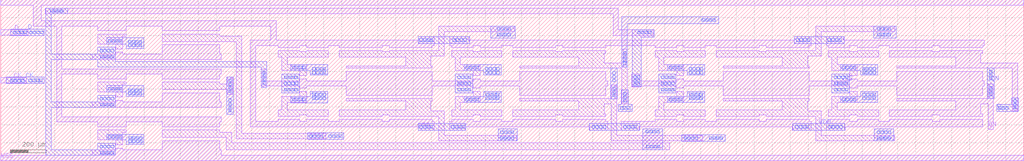
<source format=lef>
VERSION 5.7 ;
BUSBITCHARS "[]" ;
DIVIDERCHAR "/" ;

MACRO BOUNDARY_LEFT
  CLASS CORE ;
  ORIGIN 0 0 ;
  FOREIGN BOUNDARY_LEFT 0 0 ;
  SIZE 10 BY 900 ;
  SYMMETRY X Y ;
  SITE CoreSite ;
  PIN VDD
    DIRECTION INPUT ;
    USE POWER ;
    SHAPE ABUTMENT ;
    PORT
      LAYER M1 ;
        RECT 0 870 10 900 ;
    END
  END VDD
  PIN VSS
    DIRECTION INPUT ;
    USE GROUND ;
    SHAPE ABUTMENT ;
    PORT
      LAYER M1 ;
        RECT 0 0 10 30 ;
    END
  END VSS
END BOUNDARY_LEFT

MACRO BOUNDARY_RIGHT
  CLASS CORE ;
  ORIGIN 0 0 ;
  FOREIGN BOUNDARY_RIGHT 0 0 ;
  SIZE 10 BY 900 ;
  SYMMETRY X Y ;
  SITE CoreSite ;
  PIN VDD
    DIRECTION INOUT ;
    USE POWER ;
    SHAPE ABUTMENT ;
    PORT
      LAYER M1 ;
        RECT 0 870 10 900 ;
    END
  END VDD
  PIN VSS
    DIRECTION INOUT ;
    USE GROUND ;
    SHAPE ABUTMENT ;
    PORT
      LAYER M1 ;
        RECT 0 0 10 30 ;
    END
  END VSS
END BOUNDARY_RIGHT

MACRO DFFD1
  CLASS CORE ;
  ORIGIN 0 0 ;
  FOREIGN DFFD1 0 0 ;
  SIZE 5700 BY 900 ;
  SYMMETRY X Y ;
  SITE CoreSite ;
  PIN D
    DIRECTION INPUT ;
    USE SIGNAL ;
    PORT
      LAYER M2 ;
        RECT 57 698.5 242 736.5 ;
      LAYER M1 ;
        RECT 0 702 152 732 ;
    END
  END D
  PIN CK
    DIRECTION INPUT ;
    USE CLOCK ;
    PORT
      LAYER M2 ;
        RECT 30 430.5 242 468.5 ;
      LAYER M1 ;
        RECT 0 434 141.5 464 ;
    END
  END CK
  PIN VDD
    DIRECTION INPUT ;
    USE POWER ;
    SHAPE ABUTMENT ;
    PORT
      LAYER M2 ;
        RECT 2326 170 2591.5 210 ;
        RECT 2326 654 2613 694 ;
        RECT 3278.5 170 3562 210 ;
        RECT 4422.5 654 4701 694 ;
        RECT 4413.5 170 4702.5 210 ;
      LAYER M1 ;
        POLYGON 3382 220 3372 220 3372 231 3132 231 3132 220 3092 220 3092 231 2852 231 2852 220 2792 220 2792 231 2672 231 2672 220 2632 220 2632 231 2512 231 2512 220 2502 220 2502 170 2591.5 170 2591.5 190 3282.5 190 3282.5 170 3382 170 ;
        POLYGON 4516 694 4422.5 694 4422.5 674 2607.5 674 2607.5 694 2502 694 2502 644 2512 644 2512 633 2632 633 2632 644 2672 644 2672 633 2792 633 2792 644 2852 644 2852 633 3092 633 3092 644 3132 644 3132 633 3372 633 3372 644 3646 644 3646 633 3766 633 3766 644 3806 644 3806 633 3926 633 3926 644 3986 644 3986 633 4226 633 4226 644 4266 644 4266 633 4506 633 4506 644 4516 644 ;
        POLYGON 4516 220 4506 220 4506 231 4266 231 4266 220 4226 220 4226 231 3986 231 3986 220 3926 220 3926 231 3806 231 3806 220 3766 220 3766 231 3646 231 3646 220 3458 220 3458 170 3557.5 170 3557.5 190 4409.5 190 4409.5 170 4516 170 ;
        POLYGON 5472 231 5232 231 5232 220 5192 220 5192 231 4952 231 4952 220 4892 220 4892 231 4772 231 4772 220 4732 220 4732 231 4612 231 4612 220 4602 220 4602 170 4706 170 4706 190 5472 190 ;
        POLYGON 5482 674 4698.5 674 4698.5 694 4602 694 4602 644 4612 644 4612 633 4732 633 4732 644 4772 644 4772 633 4892 633 4892 644 4952 644 4952 633 5192 633 5192 644 5232 644 5232 633 5472 633 5472 644 5482 644 ;
        POLYGON 5700 900 0 900 0 870 182 870 182 752 311 752 311 216 540 216 540 190 700 190 700 216 900 216 900 190 1220 190 1220 216 1230 216 1230 246 341 246 341 484 540 484 540 458 700 458 700 484 900 484 900 458 1220 458 1220 484 1230 484 1230 514 341 514 341 752 540 752 540 726 700 726 700 752 900 752 900 726 1220 726 1220 752 1506 752 1506 674 1391 674 1391 190 2326 190 2326 170 2416 170 2416 220 2406 220 2406 231 2166 231 2166 220 2126 220 2126 231 1886 231 1886 220 1826 220 1826 231 1706 231 1706 220 1666 220 1666 231 1546 231 1546 220 1421 220 1421 644 1546 644 1546 633 1666 633 1666 644 1706 644 1706 633 1826 633 1826 644 1886 644 1886 633 2126 633 2126 644 2166 644 2166 633 2406 633 2406 644 2416 644 2416 694 2326 694 2326 674 1536 674 1536 782 225 782 225 870 5700 870 ;
    END
  END VDD
  PIN VSS
    DIRECTION INPUT ;
    USE GROUND ;
    SHAPE ABUTMENT ;
    PORT
      LAYER M2 ;
        POLYGON 1482 555 637 555 637 634 540 634 540 596 282 596 282 822 374 822 374 852 252 852 252 30 637 30 637 98 540 98 540 60 282 60 282 298 637 298 637 366 540 366 540 328 282 328 282 566 540 566 540 525 1452 525 1452 409 1482 409 ;
        RECT 1566 379 1663 485 ;
        RECT 2532 379 2629 485 ;
        POLYGON 3643 732 3518 732 3518 414.5 3569.5 414.5 3569.5 692 3643 692 ;
        RECT 3666 379 3763 485 ;
        RECT 4632 379 4729 485 ;
      LAYER M1 ;
        POLYGON 1230 596 1220 596 1220 648 900 648 900 596 680 596 680 606.5 640 606.5 640 596 510 596 510 566 1230 566 ;
        POLYGON 1230 328 1220 328 1220 380 900 380 900 328 680 328 680 338.5 640 338.5 640 328 510 328 510 298 1230 298 ;
        POLYGON 3382 447 3372 447 3372 499 2892 499 2892 447 2672 447 2672 457.5 2632 457.5 2632 447 2406 447 2406 499 1926 499 1926 447 1706 447 1706 457.5 1666 457.5 1666 447 1482 447 1482 512 1452 512 1452 417 1666 417 1666 406.5 1706 406.5 1706 417 1926 417 1926 365 2406 365 2406 417 2632 417 2632 406.5 2672 406.5 2672 417 2892 417 2892 365 3372 365 3372 417 3382 417 ;
        POLYGON 3636 732 3442 732 3442 852 248.5 852 248.5 822 3412 822 3412 699.5 3636 699.5 ;
        POLYGON 5482 447 5472 447 5472 499 4992 499 4992 447 4772 447 4772 457.5 4732 457.5 4732 447 4506 447 4506 499 4026 499 4026 447 3806 447 3806 457.5 3766 457.5 3766 447 3570.5 447 3570.5 485 3516.5 485 3516.5 412 3570.5 412 3570.5 417 3766 417 3766 406.5 3806 406.5 3806 417 4026 417 4026 365 4506 365 4506 417 4732 417 4732 406.5 4772 406.5 4772 417 4992 417 4992 365 5472 365 5472 417 5482 417 ;
        POLYGON 5700 30 1230 30 1230 60 1220 60 1220 112 900 112 900 60 680 60 680 70.5 640 70.5 640 60 510 60 510 30 0 30 0 0 5700 0 ;
    END
  END VSS
  PIN Q
    DIRECTION OUTPUT ;
    USE SIGNAL ;
    PORT
      LAYER M2 ;
        POLYGON 5671 351.5 5633 351.5 5633 314 5549.5 314 5549.5 276.5 5671 276.5 ;
      LAYER M1 ;
        POLYGON 5667 547 5462 547 5462 603 5472 603 5472 615 5232 615 5232 609 5192 609 5192 615 4952 615 4952 579 5322 579 5322 529 4992 529 4992 517 5637 517 5637 280 5667 280 ;
    END
  END Q
  PIN QN
    DIRECTION OUTPUT ;
    USE SIGNAL ;
    PORT
      LAYER M2 ;
        RECT 5498 347 5535.5 517 ;
      LAYER M1 ;
        POLYGON 5532 428.5 5502 428.5 5502 347 4992 347 4992 335 5322 335 5322 285 4952 285 4952 249 5192 249 5192 255 5232 255 5232 249 5472 249 5472 261 5462 261 5462 317 5502 317 5502 175.5 5532 175.5 ;
    END
  END QN
  OBS
    LAYER M1 ;
      POLYGON 4982.5 142 4572 142 4572 279 4496 279 4496 335 4506 335 4506 347 4026 347 4026 335 4356 335 4356 285 3986 285 3986 249 4226 249 4226 255 4266 255 4266 249 4542 249 4542 112 4982.5 112 ;
      POLYGON 4981 752 4542 752 4542 615 4266 615 4266 609 4226 609 4226 615 3986 615 3986 579 4356 579 4356 529 4026 529 4026 517 4506 517 4506 529 4496 529 4496 585 4572 585 4572 722 4981 722 ;
      POLYGON 4892 285 4662 285 4662 325.5 4772 325.5 4772 388.5 4732 388.5 4732 360 4632 360 4632 285 4612 285 4612 249 4732 249 4732 255 4772 255 4772 249 4892 249 ;
      POLYGON 4892 615 4772 615 4772 609 4732 609 4732 615 4612 615 4612 579 4632 579 4632 504 4732 504 4732 475.5 4772 475.5 4772 538.5 4662 538.5 4662 579 4892 579 ;
      POLYGON 3926 285 3696 285 3696 325.5 3806 325.5 3806 388.5 3766 388.5 3766 360 3666 360 3666 285 3646 285 3646 249 3766 249 3766 255 3806 255 3806 249 3926 249 ;
      POLYGON 3926 615 3806 615 3806 609 3766 609 3766 615 3646 615 3646 579 3666 579 3666 504 3766 504 3766 475.5 3806 475.5 3806 538.5 3696 538.5 3696 579 3926 579 ;
      POLYGON 3912 142 3432 142 3432 424.5 3402 424.5 3402 347 2892 347 2892 335 3222 335 3222 285 2852 285 2852 249 3092 249 3092 255 3132 255 3132 249 3372 249 3372 261 3362 261 3362 317 3402 317 3402 112 3912 112 ;
      POLYGON 3729.5 99.5 1288 99.5 1288 160 1220 160 1220 172 900 172 900 130 1258 130 1258 61.5 3729.5 61.5 ;
      POLYGON 3492 623.5 3462 623.5 3462 547 3362 547 3362 603 3372 603 3372 615 3132 615 3132 609 3092 609 3092 615 2852 615 2852 579 3222 579 3222 529 2892 529 2892 517 3462 517 3462 317 3492 317 ;
      POLYGON 2876.5 142 2472 142 2472 279 2396 279 2396 335 2406 335 2406 347 1926 347 1926 335 2256 335 2256 285 1886 285 1886 249 2126 249 2126 255 2166 255 2166 249 2442 249 2442 112 2876.5 112 ;
      POLYGON 2862 752 2442 752 2442 615 2166 615 2166 609 2126 609 2126 615 1886 615 1886 579 2256 579 2256 529 1926 529 1926 517 2406 517 2406 529 2396 529 2396 585 2472 585 2472 722 2862 722 ;
      POLYGON 2792 285 2562 285 2562 325.5 2672 325.5 2672 388.5 2632 388.5 2632 360 2532 360 2532 285 2512 285 2512 249 2632 249 2632 255 2672 255 2672 249 2792 249 ;
      POLYGON 2792 615 2672 615 2672 609 2632 609 2632 615 2512 615 2512 579 2532 579 2532 504 2632 504 2632 475.5 2672 475.5 2672 538.5 2562 538.5 2562 579 2792 579 ;
      POLYGON 1826 285 1596 285 1596 325.5 1706 325.5 1706 388.5 1666 388.5 1666 360 1566 360 1566 285 1546 285 1546 249 1666 249 1666 255 1706 255 1706 249 1826 249 ;
      POLYGON 1826 615 1706 615 1706 609 1666 609 1666 615 1546 615 1546 579 1566 579 1566 504 1666 504 1666 475.5 1706 475.5 1706 538.5 1596 538.5 1596 579 1826 579 ;
      POLYGON 1811.5 152.5 1343 152.5 1343 696 1220 696 1220 708 900 708 900 666 1313 666 1313 122.5 1811.5 122.5 ;
      POLYGON 1292 467 1262 467 1262 428 1220 428 1220 440 900 440 900 398 1262 398 1262 369.5 1292 369.5 ;
      POLYGON 700 172 540 172 540 117 640 117 640 88.5 680 88.5 680 160 700 160 ;
      POLYGON 700 440 540 440 540 385 640 385 640 356.5 680 356.5 680 428 700 428 ;
      POLYGON 700 708 540 708 540 653 640 653 640 624.5 680 624.5 680 696 700 696 ;
    LAYER Via1 ;
      RECT 5644.5 289 5659.5 304 ;
      RECT 5644.5 309 5659.5 324 ;
      RECT 5644.5 329 5659.5 344 ;
      RECT 5600 287.5 5615 302.5 ;
      RECT 5580 287.5 5595 302.5 ;
      RECT 5560 287.5 5575 302.5 ;
      RECT 5509.5 361.5 5524.5 376.5 ;
      RECT 5509.5 381.5 5524.5 396.5 ;
      RECT 5509.5 401.5 5524.5 416.5 ;
      RECT 5509.5 451 5524.5 466 ;
      RECT 5509.5 471 5524.5 486 ;
      RECT 5509.5 491 5524.5 506 ;
      RECT 4944.5 119.5 4959.5 134.5 ;
      RECT 4944.5 152 4959.5 167 ;
      RECT 4944.5 697 4959.5 712 ;
      RECT 4944.5 729.5 4959.5 744.5 ;
      RECT 4924.5 119.5 4939.5 134.5 ;
      RECT 4924.5 152 4939.5 167 ;
      RECT 4924.5 697 4939.5 712 ;
      RECT 4924.5 729.5 4939.5 744.5 ;
      RECT 4904.5 119.5 4919.5 134.5 ;
      RECT 4904.5 152 4919.5 167 ;
      RECT 4904.5 697 4919.5 712 ;
      RECT 4904.5 729.5 4919.5 744.5 ;
      RECT 4884.5 119.5 4899.5 134.5 ;
      RECT 4884.5 152 4899.5 167 ;
      RECT 4884.5 697 4899.5 712 ;
      RECT 4884.5 729.5 4899.5 744.5 ;
      RECT 4862.5 343 4877.5 358 ;
      RECT 4862.5 363 4877.5 378 ;
      RECT 4862.5 486 4877.5 501 ;
      RECT 4862.5 506 4877.5 521 ;
      RECT 4842.5 343 4857.5 358 ;
      RECT 4842.5 363 4857.5 378 ;
      RECT 4842.5 486 4857.5 501 ;
      RECT 4842.5 506 4857.5 521 ;
      RECT 4822.5 343 4837.5 358 ;
      RECT 4822.5 363 4837.5 378 ;
      RECT 4822.5 486 4837.5 501 ;
      RECT 4822.5 506 4837.5 521 ;
      RECT 4802.5 343 4817.5 358 ;
      RECT 4802.5 363 4817.5 378 ;
      RECT 4802.5 486 4817.5 501 ;
      RECT 4802.5 506 4817.5 521 ;
      RECT 4750 335.5 4765 350.5 ;
      RECT 4750 513.5 4765 528.5 ;
      RECT 4730 335.5 4745 350.5 ;
      RECT 4730 513.5 4745 528.5 ;
      RECT 4710 335.5 4725 350.5 ;
      RECT 4710 513.5 4725 528.5 ;
      RECT 4705.5 390 4720.5 405 ;
      RECT 4705.5 424.5 4720.5 439.5 ;
      RECT 4705.5 459 4720.5 474 ;
      RECT 4690 335.5 4705 350.5 ;
      RECT 4690 513.5 4705 528.5 ;
      RECT 4685.5 390 4700.5 405 ;
      RECT 4685.5 424.5 4700.5 439.5 ;
      RECT 4685.5 459 4700.5 474 ;
      RECT 4675 182.5 4690 197.5 ;
      RECT 4669.5 666.5 4684.5 681.5 ;
      RECT 4665.5 390 4680.5 405 ;
      RECT 4665.5 424.5 4680.5 439.5 ;
      RECT 4665.5 459 4680.5 474 ;
      RECT 4655 182.5 4670 197.5 ;
      RECT 4649.5 666.5 4664.5 681.5 ;
      RECT 4645.5 390 4660.5 405 ;
      RECT 4645.5 424.5 4660.5 439.5 ;
      RECT 4645.5 459 4660.5 474 ;
      RECT 4635 182.5 4650 197.5 ;
      RECT 4629.5 666.5 4644.5 681.5 ;
      RECT 4615 182.5 4630 197.5 ;
      RECT 4609.5 666.5 4624.5 681.5 ;
      RECT 4493.5 666.5 4508.5 681.5 ;
      RECT 4488.5 182.5 4503.5 197.5 ;
      RECT 4473.5 666.5 4488.5 681.5 ;
      RECT 4468.5 182.5 4483.5 197.5 ;
      RECT 4453.5 666.5 4468.5 681.5 ;
      RECT 4448.5 182.5 4463.5 197.5 ;
      RECT 4433.5 666.5 4448.5 681.5 ;
      RECT 4428.5 182.5 4443.5 197.5 ;
      RECT 4008.5 119.5 4023.5 134.5 ;
      RECT 3988.5 119.5 4003.5 134.5 ;
      RECT 3968.5 119.5 3983.5 134.5 ;
      RECT 3967.5 779 3982.5 794 ;
      RECT 3948.5 119.5 3963.5 134.5 ;
      RECT 3947.5 779 3962.5 794 ;
      RECT 3927.5 779 3942.5 794 ;
      RECT 3907.5 779 3922.5 794 ;
      RECT 3896.5 343 3911.5 358 ;
      RECT 3896.5 363 3911.5 378 ;
      RECT 3896.5 486 3911.5 501 ;
      RECT 3896.5 506 3911.5 521 ;
      RECT 3876.5 343 3891.5 358 ;
      RECT 3876.5 363 3891.5 378 ;
      RECT 3876.5 486 3891.5 501 ;
      RECT 3876.5 506 3891.5 521 ;
      RECT 3868 119.5 3883 134.5 ;
      RECT 3856.5 343 3871.5 358 ;
      RECT 3856.5 363 3871.5 378 ;
      RECT 3856.5 486 3871.5 501 ;
      RECT 3856.5 506 3871.5 521 ;
      RECT 3848 119.5 3863 134.5 ;
      RECT 3836.5 343 3851.5 358 ;
      RECT 3836.5 363 3851.5 378 ;
      RECT 3836.5 486 3851.5 501 ;
      RECT 3836.5 506 3851.5 521 ;
      RECT 3828 119.5 3843 134.5 ;
      RECT 3808 119.5 3823 134.5 ;
      RECT 3784 335.5 3799 350.5 ;
      RECT 3784 513.5 3799 528.5 ;
      RECT 3764 335.5 3779 350.5 ;
      RECT 3764 513.5 3779 528.5 ;
      RECT 3744 335.5 3759 350.5 ;
      RECT 3744 513.5 3759 528.5 ;
      RECT 3739.5 390 3754.5 405 ;
      RECT 3739.5 424.5 3754.5 439.5 ;
      RECT 3739.5 459 3754.5 474 ;
      RECT 3724 335.5 3739 350.5 ;
      RECT 3724 513.5 3739 528.5 ;
      RECT 3719.5 390 3734.5 405 ;
      RECT 3719.5 424.5 3734.5 439.5 ;
      RECT 3719.5 459 3734.5 474 ;
      RECT 3699.5 390 3714.5 405 ;
      RECT 3699.5 424.5 3714.5 439.5 ;
      RECT 3699.5 459 3714.5 474 ;
      RECT 3679.5 390 3694.5 405 ;
      RECT 3679.5 424.5 3694.5 439.5 ;
      RECT 3679.5 459 3694.5 474 ;
      RECT 3658.5 72.5 3673.5 87.5 ;
      RECT 3654.5 155.5 3669.5 170.5 ;
      RECT 3638.5 72.5 3653.5 87.5 ;
      RECT 3634.5 155.5 3649.5 170.5 ;
      RECT 3618.5 72.5 3633.5 87.5 ;
      RECT 3614.5 155.5 3629.5 170.5 ;
      RECT 3609.5 709.5 3624.5 724.5 ;
      RECT 3598.5 72.5 3613.5 87.5 ;
      RECT 3594.5 155.5 3609.5 170.5 ;
      RECT 3589.5 709.5 3604.5 724.5 ;
      RECT 3569.5 709.5 3584.5 724.5 ;
      RECT 3549.5 709.5 3564.5 724.5 ;
      RECT 3547 422 3562 437 ;
      RECT 3547 442 3562 457 ;
      RECT 3547 462 3562 477 ;
      RECT 3530.5 182.5 3545.5 197.5 ;
      RECT 3527 422 3542 437 ;
      RECT 3527 442 3542 457 ;
      RECT 3527 462 3542 477 ;
      RECT 3510.5 182.5 3525.5 197.5 ;
      RECT 3492 287.5 3507 302.5 ;
      RECT 3490.5 182.5 3505.5 197.5 ;
      RECT 3472 287.5 3487 302.5 ;
      RECT 3470.5 182.5 3485.5 197.5 ;
      RECT 3469.5 327.5 3484.5 342.5 ;
      RECT 3469.5 347.5 3484.5 362.5 ;
      RECT 3469.5 367.5 3484.5 382.5 ;
      RECT 3469.5 535.5 3484.5 550.5 ;
      RECT 3469.5 555.5 3484.5 570.5 ;
      RECT 3469.5 575.5 3484.5 590.5 ;
      RECT 3469.5 595.5 3484.5 610.5 ;
      RECT 3452 287.5 3467 302.5 ;
      RECT 3409.5 358.5 3424.5 373.5 ;
      RECT 3409.5 378.5 3424.5 393.5 ;
      RECT 3409.5 398.5 3424.5 413.5 ;
      RECT 3409.5 442.5 3424.5 457.5 ;
      RECT 3409.5 462.5 3424.5 477.5 ;
      RECT 3409.5 482.5 3424.5 497.5 ;
      RECT 3355.5 182.5 3370.5 197.5 ;
      RECT 3335.5 182.5 3350.5 197.5 ;
      RECT 3315.5 182.5 3330.5 197.5 ;
      RECT 3295.5 182.5 3310.5 197.5 ;
      RECT 2844.5 119.5 2859.5 134.5 ;
      RECT 2844.5 152 2859.5 167 ;
      RECT 2826 697 2841 712 ;
      RECT 2826 729.5 2841 744.5 ;
      RECT 2824.5 119.5 2839.5 134.5 ;
      RECT 2824.5 152 2839.5 167 ;
      RECT 2806 697 2821 712 ;
      RECT 2806 729.5 2821 744.5 ;
      RECT 2804.5 119.5 2819.5 134.5 ;
      RECT 2804.5 152 2819.5 167 ;
      RECT 2786 697 2801 712 ;
      RECT 2786 729.5 2801 744.5 ;
      RECT 2784.5 119.5 2799.5 134.5 ;
      RECT 2784.5 152 2799.5 167 ;
      RECT 2766 697 2781 712 ;
      RECT 2766 729.5 2781 744.5 ;
      RECT 2762.5 343 2777.5 358 ;
      RECT 2762.5 363 2777.5 378 ;
      RECT 2762.5 486 2777.5 501 ;
      RECT 2762.5 506 2777.5 521 ;
      RECT 2742.5 343 2757.5 358 ;
      RECT 2742.5 363 2757.5 378 ;
      RECT 2742.5 486 2757.5 501 ;
      RECT 2742.5 506 2757.5 521 ;
      RECT 2722.5 343 2737.5 358 ;
      RECT 2722.5 363 2737.5 378 ;
      RECT 2722.5 486 2737.5 501 ;
      RECT 2722.5 506 2737.5 521 ;
      RECT 2702.5 343 2717.5 358 ;
      RECT 2702.5 363 2717.5 378 ;
      RECT 2702.5 486 2717.5 501 ;
      RECT 2702.5 506 2717.5 521 ;
      RECT 2650 335.5 2665 350.5 ;
      RECT 2650 513.5 2665 528.5 ;
      RECT 2630 335.5 2645 350.5 ;
      RECT 2630 513.5 2645 528.5 ;
      RECT 2610 335.5 2625 350.5 ;
      RECT 2610 513.5 2625 528.5 ;
      RECT 2605.5 390 2620.5 405 ;
      RECT 2605.5 424.5 2620.5 439.5 ;
      RECT 2605.5 459 2620.5 474 ;
      RECT 2590 335.5 2605 350.5 ;
      RECT 2590 513.5 2605 528.5 ;
      RECT 2585.5 390 2600.5 405 ;
      RECT 2585.5 424.5 2600.5 439.5 ;
      RECT 2585.5 459 2600.5 474 ;
      RECT 2579.5 666.5 2594.5 681.5 ;
      RECT 2569.5 182.5 2584.5 197.5 ;
      RECT 2565.5 390 2580.5 405 ;
      RECT 2565.5 424.5 2580.5 439.5 ;
      RECT 2565.5 459 2580.5 474 ;
      RECT 2559.5 666.5 2574.5 681.5 ;
      RECT 2549.5 182.5 2564.5 197.5 ;
      RECT 2545.5 390 2560.5 405 ;
      RECT 2545.5 424.5 2560.5 439.5 ;
      RECT 2545.5 459 2560.5 474 ;
      RECT 2539.5 666.5 2554.5 681.5 ;
      RECT 2529.5 182.5 2544.5 197.5 ;
      RECT 2519.5 666.5 2534.5 681.5 ;
      RECT 2509.5 182.5 2524.5 197.5 ;
      RECT 2393.5 182.5 2408.5 197.5 ;
      RECT 2393.5 666.5 2408.5 681.5 ;
      RECT 2373.5 182.5 2388.5 197.5 ;
      RECT 2373.5 666.5 2388.5 681.5 ;
      RECT 2353.5 182.5 2368.5 197.5 ;
      RECT 2353.5 666.5 2368.5 681.5 ;
      RECT 2333.5 182.5 2348.5 197.5 ;
      RECT 2333.5 666.5 2348.5 681.5 ;
      RECT 1887 130 1902 145 ;
      RECT 1867 130 1882 145 ;
      RECT 1847 130 1862 145 ;
      RECT 1827 130 1842 145 ;
      RECT 1796.5 343 1811.5 358 ;
      RECT 1796.5 363 1811.5 378 ;
      RECT 1796.5 486 1811.5 501 ;
      RECT 1796.5 506 1811.5 521 ;
      RECT 1780 130 1795 145 ;
      RECT 1776.5 343 1791.5 358 ;
      RECT 1776.5 363 1791.5 378 ;
      RECT 1776.5 486 1791.5 501 ;
      RECT 1776.5 506 1791.5 521 ;
      RECT 1760 130 1775 145 ;
      RECT 1756.5 343 1771.5 358 ;
      RECT 1756.5 363 1771.5 378 ;
      RECT 1756.5 486 1771.5 501 ;
      RECT 1756.5 506 1771.5 521 ;
      RECT 1740 130 1755 145 ;
      RECT 1736.5 343 1751.5 358 ;
      RECT 1736.5 363 1751.5 378 ;
      RECT 1736.5 486 1751.5 501 ;
      RECT 1736.5 506 1751.5 521 ;
      RECT 1720 130 1735 145 ;
      RECT 1684 335.5 1699 350.5 ;
      RECT 1684 513.5 1699 528.5 ;
      RECT 1664 335.5 1679 350.5 ;
      RECT 1664 513.5 1679 528.5 ;
      RECT 1644 335.5 1659 350.5 ;
      RECT 1644 513.5 1659 528.5 ;
      RECT 1639.5 390 1654.5 405 ;
      RECT 1639.5 424.5 1654.5 439.5 ;
      RECT 1639.5 459 1654.5 474 ;
      RECT 1624 335.5 1639 350.5 ;
      RECT 1624 513.5 1639 528.5 ;
      RECT 1619.5 390 1634.5 405 ;
      RECT 1619.5 424.5 1634.5 439.5 ;
      RECT 1619.5 459 1634.5 474 ;
      RECT 1599.5 390 1614.5 405 ;
      RECT 1599.5 424.5 1614.5 439.5 ;
      RECT 1599.5 459 1614.5 474 ;
      RECT 1579.5 390 1594.5 405 ;
      RECT 1579.5 424.5 1594.5 439.5 ;
      RECT 1579.5 459 1594.5 474 ;
      RECT 1460 427 1475 442 ;
      RECT 1460 447 1475 462 ;
      RECT 1460 467 1475 482 ;
      RECT 1460 487 1475 502 ;
      RECT 1270 272 1285 287 ;
      RECT 1270 292 1285 307 ;
      RECT 1270 312 1285 327 ;
      RECT 1270 332 1285 347 ;
      RECT 1270 382 1285 397 ;
      RECT 1270 402 1285 417 ;
      RECT 1270 422 1285 437 ;
      RECT 1270 442 1285 457 ;
      RECT 774 99 789 114 ;
      RECT 774 119 789 134 ;
      RECT 770.5 367 785.5 382 ;
      RECT 770.5 387 785.5 402 ;
      RECT 770.5 637 785.5 652 ;
      RECT 770.5 657 785.5 672 ;
      RECT 754 99 769 114 ;
      RECT 754 119 769 134 ;
      RECT 750.5 367 765.5 382 ;
      RECT 750.5 387 765.5 402 ;
      RECT 750.5 637 765.5 652 ;
      RECT 750.5 657 765.5 672 ;
      RECT 734 99 749 114 ;
      RECT 734 119 749 134 ;
      RECT 730.5 367 745.5 382 ;
      RECT 730.5 387 745.5 402 ;
      RECT 730.5 637 745.5 652 ;
      RECT 730.5 657 745.5 672 ;
      RECT 714 99 729 114 ;
      RECT 714 119 729 134 ;
      RECT 710.5 367 725.5 382 ;
      RECT 710.5 387 725.5 402 ;
      RECT 710.5 637 725.5 652 ;
      RECT 710.5 657 725.5 672 ;
      RECT 658 126.5 673 141.5 ;
      RECT 658 394.5 673 409.5 ;
      RECT 658 662.5 673 677.5 ;
      RECT 638 126.5 653 141.5 ;
      RECT 638 394.5 653 409.5 ;
      RECT 638 662.5 653 677.5 ;
      RECT 618 126.5 633 141.5 ;
      RECT 618 394.5 633 409.5 ;
      RECT 618 662.5 633 677.5 ;
      RECT 613.5 37.5 628.5 52.5 ;
      RECT 613.5 72 628.5 87 ;
      RECT 613.5 305.5 628.5 320.5 ;
      RECT 613.5 340 628.5 355 ;
      RECT 613.5 573.5 628.5 588.5 ;
      RECT 613.5 608 628.5 623 ;
      RECT 598 126.5 613 141.5 ;
      RECT 598 394.5 613 409.5 ;
      RECT 598 662.5 613 677.5 ;
      RECT 593.5 37.5 608.5 52.5 ;
      RECT 593.5 72 608.5 87 ;
      RECT 593.5 305.5 608.5 320.5 ;
      RECT 593.5 340 608.5 355 ;
      RECT 593.5 573.5 608.5 588.5 ;
      RECT 593.5 608 608.5 623 ;
      RECT 573.5 37.5 588.5 52.5 ;
      RECT 573.5 72 588.5 87 ;
      RECT 573.5 305.5 588.5 320.5 ;
      RECT 573.5 340 588.5 355 ;
      RECT 573.5 573.5 588.5 588.5 ;
      RECT 573.5 608 588.5 623 ;
      RECT 553.5 37.5 568.5 52.5 ;
      RECT 553.5 72 568.5 87 ;
      RECT 553.5 305.5 568.5 320.5 ;
      RECT 553.5 340 568.5 355 ;
      RECT 553.5 573.5 568.5 588.5 ;
      RECT 553.5 608 568.5 623 ;
      RECT 334.5 829.5 349.5 844.5 ;
      RECT 314.5 829.5 329.5 844.5 ;
      RECT 294.5 829.5 309.5 844.5 ;
      RECT 274.5 829.5 289.5 844.5 ;
      RECT 220.5 709.5 235.5 724.5 ;
      RECT 215.5 441.5 230.5 456.5 ;
      RECT 200.5 709.5 215.5 724.5 ;
      RECT 195.5 441.5 210.5 456.5 ;
      RECT 180.5 709.5 195.5 724.5 ;
      RECT 175.5 441.5 190.5 456.5 ;
      RECT 160.5 709.5 175.5 724.5 ;
      RECT 155.5 441.5 170.5 456.5 ;
      RECT 129.5 709.5 144.5 724.5 ;
      RECT 115.5 441.5 130.5 456.5 ;
      RECT 109.5 709.5 124.5 724.5 ;
      RECT 95.5 441.5 110.5 456.5 ;
      RECT 89.5 709.5 104.5 724.5 ;
      RECT 75.5 441.5 90.5 456.5 ;
      RECT 69.5 709.5 84.5 724.5 ;
      RECT 55.5 441.5 70.5 456.5 ;
    LAYER M2 ;
      RECT 4864 685 4990 752 ;
      RECT 4868.5 112 4976.5 179 ;
      POLYGON 4888 386 4792 386 4792 360 4682 360 4682 325 4888 325 ;
      POLYGON 4888 538 4682 538 4682 504.5 4792 504.5 4792 478 4888 478 ;
      RECT 3794 108 4038.5 146 ;
      POLYGON 4001.5 805.5 3462 805.5 3462 523.5 3492 523.5 3492 767.5 4001.5 767.5 ;
      POLYGON 3922 386 3826 386 3826 359 3716 359 3716 325 3922 325 ;
      POLYGON 3922 538.5 3716 538.5 3716 504 3826 504 3826 478 3922 478 ;
      RECT 3576.5 61.5 3688 177.5 ;
      POLYGON 3518.5 314 3496 314 3496 395 3458 395 3458 314 3440.5 314 3440.5 276.5 3518.5 276.5 ;
      RECT 3398 346.5 3435.5 517 ;
      RECT 2771.5 112 2877.5 179 ;
      RECT 2731.5 685 2866 752 ;
      POLYGON 2788 386 2692 386 2692 360 2582 360 2582 325.5 2788 325.5 ;
      POLYGON 2788 539 2582 539 2582 504.5 2692 504.5 2692 478 2788 478 ;
      RECT 1710.5 118.5 1912 156.5 ;
      POLYGON 1822 386 1726 386 1726 360 1616 360 1616 323.5 1822 323.5 ;
      POLYGON 1822 538.5 1616 538.5 1616 504 1726 504 1726 478 1822 478 ;
      RECT 1258.5 258.5 1296.5 467 ;
      POLYGON 796 149 590 149 590 117 700 117 700 91 796 91 ;
      POLYGON 796 419.5 590 419.5 590 385 700 385 700 359 796 359 ;
      POLYGON 796 687.5 590 687.5 590 653 700 653 700 627 796 627 ;
  END
END DFFD1

MACRO FILL1
  CLASS CORE ;
  ORIGIN 0 0 ;
  FOREIGN FILL1 0 0 ;
  SIZE 10 BY 900 ;
  SYMMETRY X Y ;
  SITE CoreSite ;
  PIN VDD
    DIRECTION INOUT ;
    USE POWER ;
    SHAPE ABUTMENT ;
    PORT
      LAYER M1 ;
        RECT 0 870 10 900 ;
    END
  END VDD
  PIN VSS
    DIRECTION INOUT ;
    USE GROUND ;
    SHAPE ABUTMENT ;
    PORT
      LAYER M1 ;
        RECT 0 0 10 30 ;
    END
  END VSS
END FILL1

MACRO FILL128
  CLASS CORE ;
  ORIGIN 0 0 ;
  FOREIGN FILL128 0 0 ;
  SIZE 1280 BY 900 ;
  SYMMETRY X Y ;
  SITE CoreSite ;
  PIN VDD
    DIRECTION INOUT ;
    USE POWER ;
    SHAPE ABUTMENT ;
    PORT
      LAYER M1 ;
        RECT 0 870 1280 900 ;
    END
  END VDD
  PIN VSS
    DIRECTION INOUT ;
    USE GROUND ;
    SHAPE ABUTMENT ;
    PORT
      LAYER M1 ;
        RECT 0 0 1280 30 ;
    END
  END VSS
END FILL128

MACRO FILL16
  CLASS CORE ;
  ORIGIN 0 0 ;
  FOREIGN FILL16 0 0 ;
  SIZE 160 BY 900 ;
  SYMMETRY X Y ;
  SITE CoreSite ;
  PIN VDD
    DIRECTION INOUT ;
    USE POWER ;
    SHAPE ABUTMENT ;
    PORT
      LAYER M1 ;
        RECT 0 870 160 900 ;
    END
  END VDD
  PIN VSS
    DIRECTION INOUT ;
    USE GROUND ;
    SHAPE ABUTMENT ;
    PORT
      LAYER M1 ;
        RECT 0 0 160 30 ;
    END
  END VSS
END FILL16

MACRO FILL2
  CLASS CORE ;
  ORIGIN 0 0 ;
  FOREIGN FILL2 0 0 ;
  SIZE 20 BY 900 ;
  SYMMETRY X Y ;
  SITE CoreSite ;
  PIN VDD
    DIRECTION INOUT ;
    USE POWER ;
    SHAPE ABUTMENT ;
    PORT
      LAYER M1 ;
        RECT 0 870 20 900 ;
    END
  END VDD
  PIN VSS
    DIRECTION INOUT ;
    USE GROUND ;
    SHAPE ABUTMENT ;
    PORT
      LAYER M1 ;
        RECT 0 0 20 30 ;
    END
  END VSS
END FILL2

MACRO FILL32
  CLASS CORE ;
  ORIGIN 0 0 ;
  FOREIGN FILL32 0 0 ;
  SIZE 320 BY 900 ;
  SYMMETRY X Y ;
  SITE CoreSite ;
  PIN VDD
    DIRECTION INOUT ;
    USE POWER ;
    SHAPE ABUTMENT ;
    PORT
      LAYER M1 ;
        RECT 0 870 320 900 ;
    END
  END VDD
  PIN VSS
    DIRECTION INOUT ;
    USE GROUND ;
    SHAPE ABUTMENT ;
    PORT
      LAYER M1 ;
        RECT 0 0 320 30 ;
    END
  END VSS
END FILL32

MACRO FILL4
  CLASS CORE ;
  ORIGIN 0 0 ;
  FOREIGN FILL4 0 0 ;
  SIZE 40 BY 900 ;
  SYMMETRY X Y ;
  SITE CoreSite ;
  PIN VDD
    DIRECTION INOUT ;
    USE POWER ;
    SHAPE ABUTMENT ;
    PORT
      LAYER M1 ;
        RECT 0 870 40 900 ;
    END
  END VDD
  PIN VSS
    DIRECTION INOUT ;
    USE GROUND ;
    SHAPE ABUTMENT ;
    PORT
      LAYER M1 ;
        RECT 0 0 40 30 ;
    END
  END VSS
END FILL4

MACRO FILL64
  CLASS CORE ;
  ORIGIN 0 0 ;
  FOREIGN FILL64 0 0 ;
  SIZE 640 BY 900 ;
  SYMMETRY X Y ;
  SITE CoreSite ;
  PIN VDD
    DIRECTION INOUT ;
    USE POWER ;
    SHAPE ABUTMENT ;
    PORT
      LAYER M1 ;
        RECT 0 870 640 900 ;
    END
  END VDD
  PIN VSS
    DIRECTION INOUT ;
    USE GROUND ;
    SHAPE ABUTMENT ;
    PORT
      LAYER M1 ;
        RECT 0 0 640 30 ;
    END
  END VSS
END FILL64

MACRO FILL8
  CLASS CORE ;
  ORIGIN 0 0 ;
  FOREIGN FILL8 0 0 ;
  SIZE 80 BY 900 ;
  SYMMETRY X Y ;
  SITE CoreSite ;
  PIN VDD
    DIRECTION INOUT ;
    USE POWER ;
    SHAPE ABUTMENT ;
    PORT
      LAYER M1 ;
        RECT 0 870 80 900 ;
    END
  END VDD
  PIN VSS
    DIRECTION INOUT ;
    USE GROUND ;
    SHAPE ABUTMENT ;
    PORT
      LAYER M1 ;
        RECT 0 0 80 30 ;
    END
  END VSS
END FILL8

MACRO INVD1
  CLASS CORE ;
  ORIGIN 0 0 ;
  FOREIGN INVD1 0 0 ;
  SIZE 430 BY 900 ;
  SYMMETRY X Y ;
  SITE CoreSite ;
  PIN VDD
    DIRECTION INPUT ;
    USE POWER ;
    SHAPE ABUTMENT ;
    PORT
      LAYER M1 ;
        POLYGON 430 900 0 900 0 870 90 870 90 580 130 580 130 780 110 780 110 870 318 870 318 780 310 780 310 580 350 580 350 780 342 780 342 870 430 870 ;
    END
  END VDD
  PIN IN
    DIRECTION INPUT ;
    USE SIGNAL ;
    PORT
      LAYER M2 ;
        RECT 30 590 80 680 ;
    END
  END IN
  PIN OUT
    DIRECTION OUTPUT ;
    USE SIGNAL ;
    PORT
      LAYER M1 ;
        POLYGON 400 780 360 780 360 580 380 580 380 570 280 570 280 580 300 580 300 780 260 780 260 180 300 180 300 380 280 380 280 410 380 410 380 380 360 380 360 180 400 180 ;
    END
  END OUT
  PIN VSS
    DIRECTION INPUT ;
    USE GROUND ;
    SHAPE ABUTMENT ;
    PORT
      LAYER M2 ;
        RECT 178 180 248 270 ;
      LAYER M1 ;
        POLYGON 430 30 350 30 350 380 310 380 310 30 208 30 208 400 170 400 170 300 178 300 178 30 0 30 0 0 430 0 ;
    END
  END VSS
  OBS
    LAYER M1 ;
      POLYGON 190 780 140 780 140 580 160 580 160 570 98 570 98 300 130 300 130 400 122 400 122 410 190 410 ;
    LAYER Via1 ;
      RECT 230 600 240 610 ;
      RECT 230 620 240 630 ;
      RECT 230 640 240 650 ;
      RECT 230 660 240 670 ;
      RECT 228 190 238 200 ;
      RECT 228 210 238 220 ;
      RECT 228 230 238 240 ;
      RECT 228 250 238 260 ;
      RECT 188 190 198 200 ;
      RECT 188 210 198 220 ;
      RECT 188 230 198 240 ;
      RECT 188 250 198 260 ;
      RECT 170 600 180 610 ;
      RECT 170 620 180 630 ;
      RECT 170 640 180 650 ;
      RECT 170 660 180 670 ;
      RECT 48.5 600 58.5 610 ;
      RECT 48.5 620 58.5 630 ;
      RECT 48.5 640 58.5 650 ;
      RECT 48.5 660 58.5 670 ;
    LAYER M2 ;
      RECT 160 590 250 680 ;
  END
END INVD1

MACRO INVD2
  CLASS CORE ;
  ORIGIN 0 0 ;
  FOREIGN INVD2 0 0 ;
  SIZE 592 BY 900 ;
  SYMMETRY X Y ;
  SITE CoreSite ;
  PIN OUT
    DIRECTION OUTPUT ;
    USE SIGNAL ;
    PORT
      LAYER M1 ;
        POLYGON 562 780 522 780 522 580 542 580 542 570 454 570 454 580 462 580 462 780 422 780 422 580 430 580 430 570 342 570 342 580 362 580 362 780 322 780 322 180 362 180 362 380 342 380 342 410 422 410 422 180 462 180 462 380 442 380 442 410 542 410 542 380 522 380 522 180 562 180 ;
    END
  END OUT
  PIN VSS
    DIRECTION INPUT ;
    USE GROUND ;
    SHAPE ABUTMENT ;
    PORT
      LAYER M2 ;
        RECT 240 180 310 270 ;
      LAYER M1 ;
        POLYGON 592 30 504 30 504 180 512 180 512 380 472 380 472 180 480 180 480 30 404 30 404 180 412 180 412 380 372 380 372 180 380 180 380 30 270 30 270 400 232 400 232 300 240 300 240 30 104 30 104 300 112 300 112 400 74 400 74 30 0 30 0 0 592 0 ;
    END
  END VSS
  PIN IN
    DIRECTION INPUT ;
    USE SIGNAL ;
    PORT
      LAYER M2 ;
        RECT 30 590 80 680 ;
    END
  END IN
  PIN VDD
    DIRECTION INPUT ;
    USE POWER ;
    SHAPE ABUTMENT ;
    PORT
      LAYER M1 ;
        POLYGON 592 900 0 900 0 870 160 870 160 780 152 780 152 580 192 580 192 780 184 780 184 870 380 870 380 780 372 780 372 580 412 580 412 780 404 780 404 870 480 870 480 780 472 780 472 580 512 580 512 780 504 780 504 870 592 870 ;
    END
  END VDD
  OBS
    LAYER M1 ;
      POLYGON 252 780 202 780 202 580 222 580 222 570 122 570 122 580 142 580 142 780 102 780 102 410 160 410 160 400 152 400 152 300 192 300 192 400 184 400 184 410 252 410 ;
    LAYER Via1 ;
      RECT 292 600 302 610 ;
      RECT 292 620 302 630 ;
      RECT 292 640 302 650 ;
      RECT 292 660 302 670 ;
      RECT 290 190 300 200 ;
      RECT 290 210 300 220 ;
      RECT 290 230 300 240 ;
      RECT 290 250 300 260 ;
      RECT 250 190 260 200 ;
      RECT 250 210 260 220 ;
      RECT 250 230 260 240 ;
      RECT 250 250 260 260 ;
      RECT 232 600 242 610 ;
      RECT 232 620 242 630 ;
      RECT 232 640 242 650 ;
      RECT 232 660 242 670 ;
      RECT 48.5 600 58.5 610 ;
      RECT 48.5 620 58.5 630 ;
      RECT 48.5 640 58.5 650 ;
      RECT 48.5 660 58.5 670 ;
    LAYER M2 ;
      RECT 222 590 312 680 ;
  END
END INVD2

MACRO INVD4
  CLASS CORE ;
  ORIGIN 0 0 ;
  FOREIGN INVD4 0 0 ;
  SIZE 908 BY 900 ;
  SYMMETRY X Y ;
  SITE CoreSite ;
  PIN IN
    DIRECTION INPUT ;
    USE SIGNAL ;
    PORT
      LAYER M2 ;
        RECT 46 590 96 680 ;
    END
  END IN
  PIN OUT
    DIRECTION OUTPUT ;
    USE SIGNAL ;
    PORT
      LAYER M1 ;
        POLYGON 878 780 838 780 838 580 858 580 858 570 770 570 770 580 778 580 778 780 738 780 738 580 746 580 746 570 670 570 670 580 678 580 678 780 638 780 638 580 646 580 646 570 570 570 570 580 578 580 578 780 538 780 538 580 546 580 546 570 458 570 458 580 478 580 478 780 438 780 438 180 478 180 478 380 458 380 458 410 538 410 538 180 578 180 578 380 558 380 558 410 638 410 638 180 678 180 678 380 658 380 658 410 738 410 738 180 778 180 778 380 758 380 758 410 858 410 858 380 838 380 838 180 878 180 ;
    END
  END OUT
  PIN VSS
    DIRECTION INPUT ;
    USE GROUND ;
    SHAPE ABUTMENT ;
    PORT
      LAYER M2 ;
        RECT 356 180 426 270 ;
      LAYER M1 ;
        POLYGON 908 30 820 30 820 180 828 180 828 380 788 380 788 180 796 180 796 30 720 30 720 180 728 180 728 380 688 380 688 180 696 180 696 30 620 30 620 180 628 180 628 380 588 380 588 180 596 180 596 30 520 30 520 180 528 180 528 380 488 380 488 180 496 180 496 30 386 30 386 400 348 400 348 300 356 300 356 30 220 30 220 300 228 300 228 400 188 400 188 300 196 300 196 30 60 30 60 300 68 300 68 400 30 400 30 30 0 30 0 0 908 0 ;
    END
  END VSS
  PIN VDD
    DIRECTION INPUT ;
    USE POWER ;
    SHAPE ABUTMENT ;
    PORT
      LAYER M1 ;
        POLYGON 908 900 0 900 0 870 176 870 176 780 168 780 168 580 208 580 208 780 200 780 200 870 276 870 276 780 268 780 268 580 308 580 308 780 300 780 300 870 496 870 496 780 488 780 488 580 528 580 528 780 520 780 520 870 596 870 596 780 588 780 588 580 628 580 628 780 620 780 620 870 696 870 696 780 688 780 688 580 728 580 728 780 720 780 720 870 796 870 796 780 788 780 788 580 828 580 828 780 820 780 820 870 908 870 ;
    END
  END VDD
  OBS
    LAYER M1 ;
      POLYGON 368 780 318 780 318 580 338 580 338 570 250 570 250 580 258 580 258 780 218 780 218 580 226 580 226 570 138 570 138 580 158 580 158 780 118 780 118 410 116 410 116 400 108 400 108 300 148 300 148 400 140 400 140 410 276 410 276 400 268 400 268 300 308 300 308 400 300 400 300 410 368 410 ;
    LAYER Via1 ;
      RECT 408 600 418 610 ;
      RECT 408 620 418 630 ;
      RECT 408 640 418 650 ;
      RECT 408 660 418 670 ;
      RECT 406 190 416 200 ;
      RECT 406 210 416 220 ;
      RECT 406 230 416 240 ;
      RECT 406 250 416 260 ;
      RECT 366 190 376 200 ;
      RECT 366 210 376 220 ;
      RECT 366 230 376 240 ;
      RECT 366 250 376 260 ;
      RECT 348 600 358 610 ;
      RECT 348 620 358 630 ;
      RECT 348 640 358 650 ;
      RECT 348 660 358 670 ;
      RECT 64.5 600 74.5 610 ;
      RECT 64.5 620 74.5 630 ;
      RECT 64.5 640 74.5 650 ;
      RECT 64.5 660 74.5 670 ;
    LAYER M2 ;
      RECT 338 590 428 680 ;
  END
END INVD4

MACRO INVD8
  CLASS CORE ;
  ORIGIN 0 0 ;
  FOREIGN INVD8 0 0 ;
  SIZE 1640 BY 900 ;
  SYMMETRY X Y ;
  SITE CoreSite ;
  PIN VDD
    DIRECTION INPUT ;
    USE POWER ;
    SHAPE ABUTMENT ;
    PORT
      LAYER M1 ;
        POLYGON 1640 900 0 900 0 870 308 870 308 780 300 780 300 580 340 580 340 780 332 780 332 870 408 870 408 780 400 780 400 580 440 580 440 780 432 780 432 870 508 870 508 780 500 780 500 580 540 580 540 780 532 780 532 870 608 870 608 780 600 780 600 580 640 580 640 780 632 780 632 870 828 870 828 780 820 780 820 580 860 580 860 780 852 780 852 870 928 870 928 780 920 780 920 580 960 580 960 780 952 780 952 870 1028 870 1028 780 1020 780 1020 580 1060 580 1060 780 1052 780 1052 870 1128 870 1128 780 1120 780 1120 580 1160 580 1160 780 1152 780 1152 870 1228 870 1228 780 1220 780 1220 580 1260 580 1260 780 1252 780 1252 870 1328 870 1328 780 1320 780 1320 580 1360 580 1360 780 1352 780 1352 870 1428 870 1428 780 1420 780 1420 580 1460 580 1460 780 1452 780 1452 870 1528 870 1528 780 1520 780 1520 580 1560 580 1560 780 1552 780 1552 870 1640 870 ;
    END
  END VDD
  PIN IN
    DIRECTION INPUT ;
    USE SIGNAL ;
    PORT
      LAYER M2 ;
        RECT 178 590.5 228 680.5 ;
    END
  END IN
  PIN OUT
    DIRECTION OUTPUT ;
    USE SIGNAL ;
    PORT
      LAYER M1 ;
        POLYGON 1610 780 1570 780 1570 580 1590 580 1590 570 1502 570 1502 580 1510 580 1510 780 1470 780 1470 580 1478 580 1478 570 1402 570 1402 580 1410 580 1410 780 1370 780 1370 580 1378 580 1378 570 1302 570 1302 580 1310 580 1310 780 1270 780 1270 580 1278 580 1278 570 1202 570 1202 580 1210 580 1210 780 1170 780 1170 580 1178 580 1178 570 1102 570 1102 580 1110 580 1110 780 1070 780 1070 580 1078 580 1078 570 1002 570 1002 580 1010 580 1010 780 970 780 970 580 978 580 978 570 902 570 902 580 910 580 910 780 870 780 870 580 878 580 878 570 790 570 790 580 810 580 810 780 770 780 770 180 810 180 810 380 790 380 790 410 878 410 878 380 870 380 870 180 910 180 910 380 902 380 902 410 978 410 978 380 970 380 970 180 1010 180 1010 380 1002 380 1002 410 1078 410 1078 380 1070 380 1070 180 1110 180 1110 380 1102 380 1102 410 1178 410 1178 380 1170 380 1170 180 1210 180 1210 380 1202 380 1202 410 1278 410 1278 380 1270 380 1270 180 1310 180 1310 380 1302 380 1302 410 1378 410 1378 380 1370 380 1370 180 1410 180 1410 380 1402 380 1402 410 1478 410 1478 380 1470 380 1470 180 1510 180 1510 380 1502 380 1502 410 1590 410 1590 380 1570 380 1570 180 1610 180 ;
    END
  END OUT
  PIN VSS
    DIRECTION INPUT ;
    USE GROUND ;
    SHAPE ABUTMENT ;
    PORT
      LAYER M2 ;
        RECT 688 180 758 270 ;
      LAYER M1 ;
        POLYGON 1640 30 1552 30 1552 180 1560 180 1560 380 1520 380 1520 180 1528 180 1528 30 1452 30 1452 180 1460 180 1460 380 1420 380 1420 180 1428 180 1428 30 1352 30 1352 180 1360 180 1360 380 1320 380 1320 180 1328 180 1328 30 1252 30 1252 180 1260 180 1260 380 1220 380 1220 180 1228 180 1228 30 1152 30 1152 180 1160 180 1160 380 1120 380 1120 180 1128 180 1128 30 1052 30 1052 180 1060 180 1060 380 1020 380 1020 180 1028 180 1028 30 952 30 952 180 960 180 960 380 920 380 920 180 928 180 928 30 852 30 852 180 860 180 860 380 820 380 820 180 828 180 828 30 718 30 718 400 680 400 680 300 688 300 688 30 552 30 552 300 560 300 560 400 520 400 520 300 528 300 528 30 392 30 392 300 400 300 400 400 360 400 360 300 368 300 368 30 232 30 232 300 240 300 240 400 200 400 200 300 208 300 208 30 60 30 60 300 80 300 80 400 30 400 30 30 0 30 0 0 1640 0 ;
    END
  END VSS
  OBS
    LAYER M1 ;
      POLYGON 717.5 570 700 570 700 780 650 780 650 580 670 580 670 570 582 570 582 580 590 580 590 780 550 780 550 580 558 580 558 570 482 570 482 580 490 580 490 780 450 780 450 580 458 580 458 570 382 570 382 580 390 580 390 780 350 780 350 580 358 580 358 570 270 570 270 580 290 580 290 780 250 780 250 570 145.5 570 145.5 410 128 410 128 400 120 400 120 300 160 300 160 400 152 400 152 410 288 410 288 400 280 400 280 300 320 300 320 400 312 400 312 410 448 410 448 400 440 400 440 300 480 300 480 400 472 400 472 410 608 410 608 400 600 400 600 300 640 300 640 400 632 400 632 410 717.5 410 ;
    LAYER Via1 ;
      RECT 740 600 750 610 ;
      RECT 740 620 750 630 ;
      RECT 740 640 750 650 ;
      RECT 740 660 750 670 ;
      RECT 738 190 748 200 ;
      RECT 738 210 748 220 ;
      RECT 738 230 748 240 ;
      RECT 738 250 748 260 ;
      RECT 698 190 708 200 ;
      RECT 698 210 708 220 ;
      RECT 698 230 708 240 ;
      RECT 698 250 708 260 ;
      RECT 680 600 690 610 ;
      RECT 680 620 690 630 ;
      RECT 680 640 690 650 ;
      RECT 680 660 690 670 ;
      RECT 196.5 600.5 206.5 610.5 ;
      RECT 196.5 620.5 206.5 630.5 ;
      RECT 196.5 640.5 206.5 650.5 ;
      RECT 196.5 660.5 206.5 670.5 ;
    LAYER M2 ;
      RECT 670 590 760 680 ;
  END
END INVD8

MACRO NAND2D1
  CLASS CORE ;
  ORIGIN 0 0 ;
  FOREIGN NAND2D1 0 0 ;
  SIZE 610 BY 900 ;
  SYMMETRY X Y ;
  SITE CoreSite ;
  PIN OUT
    DIRECTION OUTPUT ;
    USE SIGNAL ;
    PORT
      LAYER M1 ;
        POLYGON 520 830 490 830 490 581.7 440 581.7 440 830 410 830 410 538.9 200 538.9 200 830 170 830 170 581.7 120 581.7 120 830 90 830 90 522.8 371.4 522.8 371.4 256.6 401.4 256.6 401.4 522.8 451.4 522.8 451.4 256.6 481.4 256.6 481.4 522.8 520 522.8 ;
    END
  END OUT
  PIN VSS
    DIRECTION INPUT ;
    USE GROUND ;
    SHAPE ABUTMENT ;
    PORT
      LAYER M2 ;
        POLYGON 276.1 418.4 204.1 418.4 204.1 329.3 132.1 329.3 132.1 283.3 276.1 283.3 ;
      LAYER M1 ;
        POLYGON 610 30 521.4 30 521.4 456.6 491.4 456.6 491.4 239.3 441.4 239.3 441.4 456.6 411.4 456.6 411.4 239.3 361.4 239.3 361.4 456.6 179.7 456.6 179.7 472.4 150 472.4 150 372.4 331.4 372.4 331.4 30 0 30 0 0 610 0 ;
    END
  END VSS
  PIN IN2
    DIRECTION INPUT ;
    USE SIGNAL ;
    PORT
      LAYER M2 ;
        RECT 565 612 595 702 ;
    END
  END IN2
  PIN VDD
    DIRECTION INPUT ;
    USE POWER ;
    SHAPE ABUTMENT ;
    PORT
      LAYER M1 ;
        POLYGON 610 900 0 900 0 870 60 870 60 630 80 630 80 870 130 870 130 630 160 630 160 870 210 870 210 630 240 630 240 870 290 870 290 630 320 630 320 870 370 870 370 630 400 630 400 870 450 870 450 630 480 630 480 870 530 870 530 630 550 630 550 870 610 870 ;
    END
  END VDD
  PIN IN1
    DIRECTION INPUT ;
    USE SIGNAL ;
    PORT
      LAYER M2 ;
        RECT 15 612 45 702 ;
    END
  END IN1
  OBS
    LAYER M1 ;
      POLYGON 360 830 330 830 330 583.1 280 583.1 280 830 250 830 250 558.7 360 558.7 ;
      POLYGON 180.5 503.9 121.5 503.9 121.5 486.9 120 486.9 120 372.4 140 372.4 140 483.9 180.5 483.9 ;
    LAYER Via1 ;
      RECT 575 622 585 632 ;
      RECT 575 642 585 652 ;
      RECT 575 662 585 672 ;
      RECT 575 682 585 692 ;
      RECT 318.9 568.1 326.9 576.1 ;
      RECT 317.1 489.9 325.1 497.9 ;
      RECT 305.9 568.1 313.9 576.1 ;
      RECT 304.1 489.9 312.1 497.9 ;
      RECT 292.9 568.1 300.9 576.1 ;
      RECT 291.1 489.9 299.1 497.9 ;
      RECT 279.9 568.1 287.9 576.1 ;
      RECT 278.1 489.9 286.1 497.9 ;
      RECT 262.1 378.4 270.1 386.4 ;
      RECT 262.1 391.4 270.1 399.4 ;
      RECT 262.1 404.4 270.1 412.4 ;
      RECT 249.1 378.4 257.1 386.4 ;
      RECT 249.1 391.4 257.1 399.4 ;
      RECT 249.1 404.4 257.1 412.4 ;
      RECT 236.1 378.4 244.1 386.4 ;
      RECT 236.1 391.4 244.1 399.4 ;
      RECT 236.1 404.4 244.1 412.4 ;
      RECT 223.1 378.4 231.1 386.4 ;
      RECT 223.1 391.4 231.1 399.4 ;
      RECT 223.1 404.4 231.1 412.4 ;
      RECT 210.1 378.4 218.1 386.4 ;
      RECT 210.1 391.4 218.1 399.4 ;
      RECT 210.1 404.4 218.1 412.4 ;
      RECT 190.1 289.3 198.1 297.3 ;
      RECT 190.1 302.3 198.1 310.3 ;
      RECT 190.1 315.3 198.1 323.3 ;
      RECT 177.1 289.3 185.1 297.3 ;
      RECT 177.1 302.3 185.1 310.3 ;
      RECT 177.1 315.3 185.1 323.3 ;
      RECT 166.5 489.9 174.5 497.9 ;
      RECT 164.1 289.3 172.1 297.3 ;
      RECT 164.1 302.3 172.1 310.3 ;
      RECT 164.1 315.3 172.1 323.3 ;
      RECT 153.5 489.9 161.5 497.9 ;
      RECT 151.1 289.3 159.1 297.3 ;
      RECT 151.1 302.3 159.1 310.3 ;
      RECT 151.1 315.3 159.1 323.3 ;
      RECT 140.5 489.9 148.5 497.9 ;
      RECT 138.1 289.3 146.1 297.3 ;
      RECT 138.1 302.3 146.1 310.3 ;
      RECT 138.1 315.3 146.1 323.3 ;
      RECT 127.5 489.9 135.5 497.9 ;
      RECT 25 622 35 632 ;
      RECT 25 642 35 652 ;
      RECT 25 662 35 672 ;
      RECT 25 682 35 692 ;
    LAYER M2 ;
      POLYGON 344.4 584.2 261.1 584.2 261.1 505.2 117 505.2 117 483.4 344.4 483.4 ;
  END
END NAND2D1

MACRO NAND2D2
  CLASS CORE ;
  ORIGIN 0 0 ;
  FOREIGN NAND2D2 0 0 ;
  SIZE 610 BY 900 ;
  SYMMETRY X Y ;
  SITE CoreSite ;
  PIN IN2
    DIRECTION INPUT ;
    USE SIGNAL ;
    PORT
      LAYER M2 ;
        RECT 565 612 595 702 ;
    END
  END IN2
  PIN VSS
    DIRECTION INPUT ;
    USE GROUND ;
    SHAPE ABUTMENT ;
    PORT
      LAYER M2 ;
        POLYGON 183.5 236 163.5 236 163.5 141.2 101.2 141.2 101.2 121.2 183.5 121.2 ;
      LAYER M1 ;
        POLYGON 610 30 574.6 30 574.6 243.6 544.6 243.6 544.6 30 494.6 30 494.6 243.6 464.6 243.6 464.6 30 414.6 30 414.6 243.6 384.6 243.6 384.6 30 334.6 30 334.6 243.6 304.6 243.6 304.6 30 254.6 30 254.6 243.6 170 243.6 170 272.4 150 272.4 150 160 100 160 100 272.4 80 272.4 80 145 170 145 170 172.4 224.6 172.4 224.6 30 0 30 0 0 610 0 ;
    END
  END VSS
  PIN VDD
    DIRECTION INPUT ;
    USE POWER ;
    SHAPE ABUTMENT ;
    PORT
      LAYER M1 ;
        POLYGON 610 900 0 900 0 870 60 870 60 430 80 430 80 870 130 870 130 430 160 430 160 870 210 870 210 430 240 430 240 870 290 870 290 430 320 430 320 870 370 870 370 430 400 430 400 870 450 870 450 430 480 430 480 870 530 870 530 430 550 430 550 870 610 870 ;
    END
  END VDD
  PIN OUT
    DIRECTION OUTPUT ;
    USE SIGNAL ;
    PORT
      LAYER M1 ;
        POLYGON 534.6 356 520 356 520 830 490 830 490 381.7 440 381.7 440 830 410 830 410 338.9 200 338.9 200 830 170 830 170 381.7 120 381.7 120 830 90 830 90 322.8 504.6 322.8 504.6 273.3 264.6 273.3 264.6 43.6 294.6 43.6 294.6 243.6 294.7 243.6 294.7 258.6 344.6 258.6 344.6 43.6 374.6 43.6 374.6 258.6 424.6 258.6 424.6 43.6 454.6 43.6 454.6 243.6 454.7 243.6 454.7 258.6 504.6 258.6 504.6 43.6 534.6 43.6 ;
    END
  END OUT
  PIN IN1
    DIRECTION INPUT ;
    USE SIGNAL ;
    PORT
      LAYER M2 ;
        RECT 15 612 45 702 ;
    END
  END IN1
  OBS
    LAYER M1 ;
      POLYGON 360 830 330 830 330 383.1 280 383.1 280 830 250 830 250 358.7 360 358.7 ;
      POLYGON 180.5 303.9 80 303.9 80 283.9 110 283.9 110 172.4 140 172.4 140 283.9 180.5 283.9 ;
    LAYER Via1 ;
      RECT 575 622 585 632 ;
      RECT 575 642 585 652 ;
      RECT 575 662 585 672 ;
      RECT 575 682 585 692 ;
      RECT 318.9 368.1 326.9 376.1 ;
      RECT 317.1 289.9 325.1 297.9 ;
      RECT 305.9 368.1 313.9 376.1 ;
      RECT 304.1 289.9 312.1 297.9 ;
      RECT 292.9 368.1 300.9 376.1 ;
      RECT 291.1 289.9 299.1 297.9 ;
      RECT 279.9 368.1 287.9 376.1 ;
      RECT 278.1 289.9 286.1 297.9 ;
      RECT 169.5 183 177.5 191 ;
      RECT 169.5 196 177.5 204 ;
      RECT 169.5 209 177.5 217 ;
      RECT 169.5 222 177.5 230 ;
      RECT 166.5 289.9 174.5 297.9 ;
      RECT 153.5 289.9 161.5 297.9 ;
      RECT 146.2 127.2 154.2 135.2 ;
      RECT 140.5 289.9 148.5 297.9 ;
      RECT 133.2 127.2 141.2 135.2 ;
      RECT 127.5 289.9 135.5 297.9 ;
      RECT 120.2 127.2 128.2 135.2 ;
      RECT 107.2 127.2 115.2 135.2 ;
      RECT 25 622 35 632 ;
      RECT 25 642 35 652 ;
      RECT 25 662 35 672 ;
      RECT 25 682 35 692 ;
    LAYER M2 ;
      POLYGON 344.4 384.2 261.1 384.2 261.1 305.2 117 305.2 117 283.4 344.4 283.4 ;
  END
END NAND2D2

MACRO NAND2D4
  CLASS CORE ;
  ORIGIN 0 0 ;
  FOREIGN NAND2D4 0 0 ;
  SIZE 1090 BY 900 ;
  SYMMETRY X Y ;
  SITE CoreSite ;
  PIN IN2
    DIRECTION INPUT ;
    USE SIGNAL ;
    PORT
      LAYER M2 ;
        RECT 1045 612 1075 702 ;
    END
  END IN2
  PIN VDD
    DIRECTION INPUT ;
    USE POWER ;
    SHAPE ABUTMENT ;
    PORT
      LAYER M1 ;
        POLYGON 1090 900 0 900 0 870 60 870 60 430 80 430 80 870 130 870 130 430 160 430 160 870 210 870 210 430 240 430 240 870 290 870 290 430 320 430 320 870 370 870 370 430 400 430 400 870 450 870 450 430 480 430 480 870 530 870 530 430 560 430 560 870 610 870 610 430 640 430 640 870 690 870 690 430 720 430 720 870 770 870 770 430 800 430 800 870 850 870 850 430 880 430 880 870 930 870 930 430 960 430 960 870 1010 870 1010 430 1030 430 1030 870 1090 870 ;
    END
  END VDD
  PIN VSS
    DIRECTION INPUT ;
    USE GROUND ;
    SHAPE ABUTMENT ;
    PORT
      LAYER M2 ;
        POLYGON 328.9 236 308.9 236 308.9 141.2 244.5 141.2 244.5 121.2 328.9 121.2 ;
      LAYER M1 ;
        POLYGON 1090 30 1030 30 1030 243.6 1010 243.6 1010 30 960 30 960 243.6 930 243.6 930 30 880 30 880 243.6 850 243.6 850 30 800 30 800 243.6 770 243.6 770 30 720 30 720 243.6 690 243.6 690 30 640 30 640 243.6 610 243.6 610 30 560 30 560 243.6 530 243.6 530 30 480 30 480 243.6 450 243.6 450 30 400 30 400 243.6 310 243.6 310 272.4 295.4 272.4 295.4 159.9 245.4 159.9 245.4 272.4 215.4 272.4 215.4 159.9 165.4 159.9 165.4 272.4 145.4 272.4 145.4 145 310 145 310 172.4 370 172.4 370 30 0 30 0 0 1090 0 ;
    END
  END VSS
  PIN IN1
    DIRECTION INPUT ;
    USE SIGNAL ;
    PORT
      LAYER M2 ;
        RECT 15 613 45 703 ;
    END
  END IN1
  PIN OUT
    DIRECTION OUTPUT ;
    USE SIGNAL ;
    PORT
      LAYER M1 ;
        POLYGON 1000 273.3 680 273.3 680 322.8 1000 322.8 1000 830 970 830 970 338.9 920 338.9 920 830 890 830 890 338.9 840 338.9 840 830 810 830 810 338.9 760 338.9 760 830 730 830 730 338.9 360 338.9 360 830 330 830 330 338.9 280 338.9 280 830 250 830 250 338.9 200 338.9 200 830 170 830 170 338.9 120 338.9 120 830 90 830 90 322.8 650 322.8 650 273.3 410 273.3 410 43.6 440 43.6 440 243.6 440.1 243.6 440.1 258.6 490 258.6 490 43.6 520 43.6 520 258.6 570 258.6 570 43.6 600 43.6 600 243.6 600.1 243.6 600.1 258.6 650 258.6 650 43.6 680 43.6 680 258.6 730 258.6 730 43.6 760 43.6 760 243.6 760.1 243.6 760.1 258.6 810 258.6 810 43.6 840 43.6 840 258.6 890 258.6 890 43.6 920 43.6 920 243.6 920.1 243.6 920.1 258.6 970 258.6 970 43.6 1000 43.6 ;
    END
  END OUT
  OBS
    LAYER M1 ;
      POLYGON 680 830 650 830 650 383.1 600 383.1 600 830 570 830 570 383.1 520 383.1 520 830 490 830 490 383.1 440 383.1 440 830 410 830 410 358.7 680 358.7 ;
      POLYGON 325.9 303.9 155.4 303.9 155.4 283.9 175.4 283.9 175.4 172.4 205.4 172.4 205.4 272.4 205.5 272.4 205.5 283.9 255.4 283.9 255.4 172.4 285.4 172.4 285.4 283.9 325.9 283.9 ;
    LAYER Via1 ;
      RECT 1055 622 1065 632 ;
      RECT 1055 642 1065 652 ;
      RECT 1055 662 1065 672 ;
      RECT 1055 682 1065 692 ;
      RECT 464.3 368.1 472.3 376.1 ;
      RECT 462.5 289.9 470.5 297.9 ;
      RECT 451.3 368.1 459.3 376.1 ;
      RECT 449.5 289.9 457.5 297.9 ;
      RECT 438.3 368.1 446.3 376.1 ;
      RECT 436.5 289.9 444.5 297.9 ;
      RECT 425.3 368.1 433.3 376.1 ;
      RECT 423.5 289.9 431.5 297.9 ;
      RECT 314.9 183 322.9 191 ;
      RECT 314.9 196 322.9 204 ;
      RECT 314.9 209 322.9 217 ;
      RECT 314.9 222 322.9 230 ;
      RECT 311.9 289.9 319.9 297.9 ;
      RECT 298.9 289.9 306.9 297.9 ;
      RECT 289.5 127.2 297.5 135.2 ;
      RECT 285.9 289.9 293.9 297.9 ;
      RECT 276.5 127.2 284.5 135.2 ;
      RECT 272.9 289.9 280.9 297.9 ;
      RECT 263.5 127.2 271.5 135.2 ;
      RECT 250.5 127.2 258.5 135.2 ;
      RECT 25 623 35 633 ;
      RECT 25 643 35 653 ;
      RECT 25 663 35 673 ;
      RECT 25 683 35 693 ;
    LAYER M2 ;
      POLYGON 489.8 384.2 406.5 384.2 406.5 305.2 262.4 305.2 262.4 283.4 489.8 283.4 ;
  END
END NAND2D4

MACRO NAND2D8
  CLASS CORE ;
  ORIGIN 0 0 ;
  FOREIGN NAND2D8 0 0 ;
  SIZE 2050 BY 900 ;
  SYMMETRY X Y ;
  SITE CoreSite ;
  PIN VDD
    DIRECTION INPUT ;
    USE POWER ;
    SHAPE ABUTMENT ;
    PORT
      LAYER M1 ;
        POLYGON 2050 900 0 900 0 870 60 870 60 430 80 430 80 870 130 870 130 430 160 430 160 870 210 870 210 430 240 430 240 870 290 870 290 430 320 430 320 870 370 870 370 430 400 430 400 870 450 870 450 430 480 430 480 870 530 870 530 430 560 430 560 870 610 870 610 430 640 430 640 870 690 870 690 430 720 430 720 870 770 870 770 430 800 430 800 870 850 870 850 430 880 430 880 870 930 870 930 430 960 430 960 870 1010 870 1010 430 1040 430 1040 870 1090 870 1090 430 1120 430 1120 870 1170 870 1170 430 1200 430 1200 870 1250 870 1250 430 1280 430 1280 870 1330 870 1330 430 1360 430 1360 870 1410 870 1410 430 1440 430 1440 870 1490 870 1490 430 1520 430 1520 870 1570 870 1570 430 1600 430 1600 870 1650 870 1650 430 1680 430 1680 870 1730 870 1730 430 1760 430 1760 870 1810 870 1810 430 1840 430 1840 870 1890 870 1890 430 1920 430 1920 870 1970 870 1970 430 1990 430 1990 870 2050 870 ;
    END
  END VDD
  PIN VSS
    DIRECTION INPUT ;
    USE GROUND ;
    SHAPE ABUTMENT ;
    PORT
      LAYER M2 ;
        POLYGON 648.9 236 628.9 236 628.9 141.2 564.5 141.2 564.5 121.2 648.9 121.2 ;
      LAYER M1 ;
        POLYGON 2050 30 1990 30 1990 243.6 1970 243.6 1970 30 1920 30 1920 243.6 1890 243.6 1890 30 1840 30 1840 243.6 1810 243.6 1810 30 1760 30 1760 243.6 1730 243.6 1730 30 1680 30 1680 243.6 1650 243.6 1650 30 1600 30 1600 243.6 1570 243.6 1570 30 1520 30 1520 243.6 1490 243.6 1490 30 1440 30 1440 243.6 1410 243.6 1410 30 1360 30 1360 243.6 1330 243.6 1330 30 1280 30 1280 243.6 1250 243.6 1250 30 1200 30 1200 243.6 1170 243.6 1170 30 1120 30 1120 243.6 1090 243.6 1090 30 1040 30 1040 243.6 1010 243.6 1010 30 960 30 960 243.6 930 243.6 930 30 880 30 880 243.6 850 243.6 850 30 800 30 800 243.6 770 243.6 770 30 720 30 720 243.6 635.4 243.6 635.4 272.4 615.4 272.4 615.4 159.9 565.4 159.9 565.4 272.4 535.4 272.4 535.4 159.9 485.4 159.9 485.4 272.4 455.4 272.4 455.4 159.9 405.4 159.9 405.4 272.4 375.4 272.4 375.4 159.9 325.4 159.9 325.4 272.4 309.4 272.4 309.4 144.5 635.4 144.5 635.4 172.4 690 172.4 690 30 0 30 0 0 2050 0 ;
    END
  END VSS
  PIN IN2
    DIRECTION INPUT ;
    USE SIGNAL ;
    PORT
      LAYER M2 ;
        RECT 2005 612 2035 702 ;
    END
  END IN2
  PIN IN1
    DIRECTION INPUT ;
    USE SIGNAL ;
    PORT
      LAYER M2 ;
        RECT 14.5 612 44.5 702 ;
    END
  END IN1
  PIN OUT
    DIRECTION OUTPUT ;
    USE SIGNAL ;
    PORT
      LAYER M1 ;
        POLYGON 1960 273.3 1000 273.3 1000 322.8 1960 322.8 1960 830 1930 830 1930 338.9 1880 338.9 1880 830 1850 830 1850 338.9 1800 338.9 1800 830 1770 830 1770 338.9 1720 338.9 1720 830 1690 830 1690 338.9 1640 338.9 1640 830 1610 830 1610 338.9 1560 338.9 1560 830 1530 830 1530 338.9 1480 338.9 1480 830 1450 830 1450 338.9 1400 338.9 1400 830 1370 830 1370 338.9 680 338.9 680 830 650 830 650 338.9 600 338.9 600 830 570 830 570 338.9 520 338.9 520 830 490 830 490 338.9 440 338.9 440 830 410 830 410 338.9 360 338.9 360 830 330 830 330 338.9 280 338.9 280 830 250 830 250 338.9 200 338.9 200 830 170 830 170 338.9 120 338.9 120 830 90 830 90 322.8 970 322.8 970 273.3 730 273.3 730 43.6 760 43.6 760 243.6 760.1 243.6 760.1 258.6 810 258.6 810 43.6 840 43.6 840 258.6 890 258.6 890 43.6 920 43.6 920 243.6 920.1 243.6 920.1 258.6 970 258.6 970 43.6 1000 43.6 1000 258.6 1050 258.6 1050 43.6 1080 43.6 1080 243.6 1080.1 243.6 1080.1 258.6 1130 258.6 1130 43.6 1160 43.6 1160 258.6 1210 258.6 1210 43.6 1240 43.6 1240 243.6 1240.1 243.6 1240.1 258.6 1290 258.6 1290 43.6 1320 43.6 1320 258.6 1370 258.6 1370 43.6 1400 43.6 1400 243.6 1400.1 243.6 1400.1 258.6 1450 258.6 1450 43.6 1480 43.6 1480 258.6 1530 258.6 1530 43.6 1560 43.6 1560 243.6 1560.1 243.6 1560.1 258.6 1610 258.6 1610 43.6 1640 43.6 1640 258.6 1690 258.6 1690 43.6 1720 43.6 1720 243.6 1720.1 243.6 1720.1 258.6 1770 258.6 1770 43.6 1800 43.6 1800 258.6 1850 258.6 1850 43.6 1880 43.6 1880 243.6 1880.1 243.6 1880.1 258.6 1930 258.6 1930 43.6 1960 43.6 ;
    END
  END OUT
  OBS
    LAYER M1 ;
      POLYGON 1320 830 1290 830 1290 383.1 1240 383.1 1240 830 1210 830 1210 383.1 1160 383.1 1160 830 1130 830 1130 383.1 1080 383.1 1080 830 1050 830 1050 383.1 1000 383.1 1000 830 970 830 970 383.1 920 383.1 920 830 890 830 890 383.1 840 383.1 840 830 810 830 810 383.1 760 383.1 760 830 730 830 730 358.7 1320 358.7 ;
      POLYGON 645.9 303.9 309.4 303.9 309.4 283.9 335.4 283.9 335.4 172.4 365.4 172.4 365.4 283.9 415.4 283.9 415.4 172.4 445.4 172.4 445.4 283.9 495.4 283.9 495.4 172.4 525.4 172.4 525.4 283.9 575.4 283.9 575.4 172.4 605.4 172.4 605.4 283.9 645.9 283.9 ;
    LAYER Via1 ;
      RECT 2015 622 2025 632 ;
      RECT 2015 642 2025 652 ;
      RECT 2015 662 2025 672 ;
      RECT 2015 682 2025 692 ;
      RECT 784.3 368.1 792.3 376.1 ;
      RECT 782.5 289.9 790.5 297.9 ;
      RECT 771.3 368.1 779.3 376.1 ;
      RECT 769.5 289.9 777.5 297.9 ;
      RECT 758.3 368.1 766.3 376.1 ;
      RECT 756.5 289.9 764.5 297.9 ;
      RECT 745.3 368.1 753.3 376.1 ;
      RECT 743.5 289.9 751.5 297.9 ;
      RECT 634.9 183 642.9 191 ;
      RECT 634.9 196 642.9 204 ;
      RECT 634.9 209 642.9 217 ;
      RECT 634.9 222 642.9 230 ;
      RECT 631.9 289.9 639.9 297.9 ;
      RECT 618.9 289.9 626.9 297.9 ;
      RECT 609.5 127.2 617.5 135.2 ;
      RECT 605.9 289.9 613.9 297.9 ;
      RECT 596.5 127.2 604.5 135.2 ;
      RECT 592.9 289.9 600.9 297.9 ;
      RECT 583.5 127.2 591.5 135.2 ;
      RECT 570.5 127.2 578.5 135.2 ;
      RECT 24.5 622 34.5 632 ;
      RECT 24.5 642 34.5 652 ;
      RECT 24.5 662 34.5 672 ;
      RECT 24.5 682 34.5 692 ;
    LAYER M2 ;
      POLYGON 809.8 384.2 726.5 384.2 726.5 305.2 582.4 305.2 582.4 283.4 809.8 283.4 ;
  END
END NAND2D8

MACRO NOR2D1
  CLASS CORE ;
  ORIGIN 0 0 ;
  FOREIGN NOR2D1 0 0 ;
  SIZE 520 BY 900 ;
  SYMMETRY X Y ;
  SITE CoreSite ;
  PIN VDD
    DIRECTION INPUT ;
    USE POWER ;
    SHAPE ABUTMENT ;
    PORT
      LAYER M1 ;
        POLYGON 520 900 0 900 0 870 110 870 110 630 140 630 140 870 190 870 190 630 220 630 220 870 340 870 340 630 370 630 370 870 420 870 420 630 450 630 450 870 520 870 ;
    END
  END VDD
  PIN VSS
    DIRECTION INPUT ;
    USE GROUND ;
    SHAPE ABUTMENT ;
    PORT
      LAYER M2 ;
        RECT 200 70 270 150 ;
      LAYER M1 ;
        POLYGON 520 30 490 30 490 100 455 100 455 120 355 120 355 100 190 100 190 160 90 160 90 30 0 30 0 0 520 0 ;
    END
  END VSS
  PIN IN2
    DIRECTION INPUT ;
    USE SIGNAL ;
    PORT
      LAYER M2 ;
        RECT 20 292 50 382 ;
    END
  END IN2
  PIN OUT
    DIRECTION OUTPUT ;
    USE SIGNAL ;
    PORT
      LAYER M1 ;
        POLYGON 490 270 450 270 450 510 420 510 420 270 370 270 370 510 340 510 340 270 320 270 320 150 355 150 355 130 455 130 455 150 490 150 ;
    END
  END OUT
  PIN IN1
    DIRECTION INPUT ;
    USE SIGNAL ;
    PORT
      LAYER M2 ;
        RECT 20 612 50 702 ;
    END
  END IN1
  OBS
    LAYER M1 ;
      POLYGON 490 830 460 830 460 590 410 590 410 830 380 830 380 590 330 590 330 830 300 830 300 310 330 310 330 550 380 550 380 310 410 310 410 550 460 550 460 310 490 310 ;
      POLYGON 260 830 230 830 230 590 180 590 180 830 150 830 150 590 100 590 100 830 70 830 70 310 100 310 100 550 150 550 150 310 180 310 180 550 230 550 230 310 260 310 ;
      POLYGON 220 510 190 510 190 270 140 270 140 510 110 510 110 270 90 270 90 170 190 170 190 190 220 190 ;
    LAYER Via1 ;
      RECT 290 240 300 250 ;
      RECT 270 240 280 250 ;
      RECT 250 80 260 90 ;
      RECT 250 130 260 140 ;
      RECT 250 240 260 250 ;
      RECT 230 80 240 90 ;
      RECT 230 130 240 140 ;
      RECT 210 80 220 90 ;
      RECT 210 130 220 140 ;
      RECT 200 240 210 250 ;
      RECT 180 240 190 250 ;
      RECT 160 240 170 250 ;
      RECT 30 302 40 312 ;
      RECT 30 322 40 332 ;
      RECT 30 342 40 352 ;
      RECT 30 362 40 372 ;
      RECT 30 622 40 632 ;
      RECT 30 642 40 652 ;
      RECT 30 662 40 672 ;
      RECT 30 682 40 692 ;
    LAYER M2 ;
      RECT 150 230 310 260 ;
  END
END NOR2D1

MACRO NOR2D2
  CLASS CORE ;
  ORIGIN 0 0 ;
  FOREIGN NOR2D2 0 0 ;
  SIZE 840 BY 900 ;
  SYMMETRY X Y ;
  SITE CoreSite ;
  PIN OUT
    DIRECTION OUTPUT ;
    USE SIGNAL ;
    PORT
      LAYER M1 ;
        POLYGON 810 270 770 270 770 510 740 510 740 270 690 270 690 510 660 510 660 270 610 270 610 510 580 510 580 270 530 270 530 510 500 510 500 150 555 150 555 130 755 130 755 150 810 150 ;
    END
  END OUT
  PIN VDD
    DIRECTION INPUT ;
    USE POWER ;
    SHAPE ABUTMENT ;
    PORT
      LAYER M1 ;
        POLYGON 840 900 0 900 0 870 110 870 110 630 140 630 140 870 190 870 190 630 220 630 220 870 270 870 270 630 300 630 300 870 350 870 350 630 380 630 380 870 500 870 500 630 530 630 530 870 580 870 580 630 610 630 610 870 660 870 660 630 690 630 690 870 740 870 740 630 770 630 770 870 840 870 ;
    END
  END VDD
  PIN VSS
    DIRECTION INPUT ;
    USE GROUND ;
    SHAPE ABUTMENT ;
    PORT
      LAYER M2 ;
        RECT 300 70 370 150 ;
      LAYER M1 ;
        POLYGON 840 30 810 30 810 100 755 100 755 120 555 120 555 100 290 100 290 160 90 160 90 30 0 30 0 0 840 0 ;
    END
  END VSS
  PIN IN2
    DIRECTION INPUT ;
    USE SIGNAL ;
    PORT
      LAYER M2 ;
        RECT 20 292 50 382 ;
    END
  END IN2
  PIN IN1
    DIRECTION INPUT ;
    USE SIGNAL ;
    PORT
      LAYER M2 ;
        RECT 20.5 612 50.5 702 ;
    END
  END IN1
  OBS
    LAYER M1 ;
      POLYGON 810 830 780 830 780 590 730 590 730 830 700 830 700 590 650 590 650 830 620 830 620 590 570 590 570 830 540 830 540 590 490 590 490 830 460 830 460 310 490 310 490 550 540 550 540 310 570 310 570 550 620 550 620 310 650 310 650 550 700 550 700 310 730 310 730 550 780 550 780 310 810 310 ;
      POLYGON 420 830 390 830 390 590 340 590 340 830 310 830 310 590 260 590 260 830 230 830 230 590 180 590 180 830 150 830 150 590 100 590 100 830 70 830 70 310 100 310 100 550 150 550 150 310 180 310 180 550 230 550 230 310 260 310 260 550 310 550 310 310 340 310 340 550 390 550 390 310 420 310 ;
      POLYGON 380 510 350 510 350 270 300 270 300 510 270 510 270 270 220 270 220 510 190 510 190 270 140 270 140 510 110 510 110 270 90 270 90 170 290 170 290 190 380 190 ;
    LAYER Via1 ;
      RECT 450 240 460 250 ;
      RECT 430 240 440 250 ;
      RECT 410 240 420 250 ;
      RECT 360 240 370 250 ;
      RECT 350 80 360 90 ;
      RECT 350 130 360 140 ;
      RECT 340 240 350 250 ;
      RECT 330 80 340 90 ;
      RECT 330 130 340 140 ;
      RECT 320 240 330 250 ;
      RECT 310 80 320 90 ;
      RECT 310 130 320 140 ;
      RECT 30.5 622 40.5 632 ;
      RECT 30.5 642 40.5 652 ;
      RECT 30.5 662 40.5 672 ;
      RECT 30.5 682 40.5 692 ;
      RECT 30 302 40 312 ;
      RECT 30 322 40 332 ;
      RECT 30 342 40 352 ;
      RECT 30 362 40 372 ;
    LAYER M2 ;
      RECT 310 230 470 260 ;
  END
END NOR2D2

MACRO NOR2D4
  CLASS CORE ;
  ORIGIN 0 0 ;
  FOREIGN NOR2D4 0 0 ;
  SIZE 1480 BY 900 ;
  SYMMETRY X Y ;
  SITE CoreSite ;
  PIN VDD
    DIRECTION INPUT ;
    USE POWER ;
    SHAPE ABUTMENT ;
    PORT
      LAYER M1 ;
        POLYGON 1480 900 0 900 0 870 110 870 110 630 140 630 140 870 190 870 190 630 220 630 220 870 270 870 270 630 300 630 300 870 350 870 350 630 380 630 380 870 430 870 430 630 460 630 460 870 510 870 510 630 540 630 540 870 590 870 590 630 620 630 620 870 670 870 670 630 700 630 700 870 820 870 820 630 850 630 850 870 900 870 900 630 930 630 930 870 980 870 980 630 1010 630 1010 870 1060 870 1060 630 1090 630 1090 870 1140 870 1140 630 1170 630 1170 870 1220 870 1220 630 1250 630 1250 870 1300 870 1300 630 1330 630 1330 870 1380 870 1380 630 1410 630 1410 870 1480 870 ;
    END
  END VDD
  PIN VSS
    DIRECTION INPUT ;
    USE GROUND ;
    SHAPE ABUTMENT ;
    PORT
      LAYER M2 ;
        RECT 500 70 570 150 ;
      LAYER M1 ;
        POLYGON 1480 30 1450 30 1450 100 1335 100 1335 120 935 120 935 100 490 100 490 160 90 160 90 30 0 30 0 0 1480 0 ;
    END
  END VSS
  PIN OUT
    DIRECTION OUTPUT ;
    USE SIGNAL ;
    PORT
      LAYER M1 ;
        POLYGON 1450 270 1410 270 1410 510 1380 510 1380 270 1330 270 1330 510 1300 510 1300 270 1250 270 1250 510 1220 510 1220 270 1170 270 1170 510 1140 510 1140 270 1090 270 1090 510 1060 510 1060 270 1010 270 1010 510 980 510 980 270 930 270 930 510 900 510 900 270 850 270 850 510 820 510 820 150 935 150 935 130 1335 130 1335 150 1450 150 ;
    END
  END OUT
  PIN IN2
    DIRECTION INPUT ;
    USE SIGNAL ;
    PORT
      LAYER M2 ;
        RECT 20 292 50 382 ;
    END
  END IN2
  PIN IN1
    DIRECTION INPUT ;
    USE SIGNAL ;
    PORT
      LAYER M2 ;
        RECT 20 612 50 702 ;
    END
  END IN1
  OBS
    LAYER M1 ;
      POLYGON 1450 830 1420 830 1420 590 1370 590 1370 830 1340 830 1340 590 1290 590 1290 830 1260 830 1260 590 1210 590 1210 830 1180 830 1180 590 1130 590 1130 830 1100 830 1100 590 1050 590 1050 830 1020 830 1020 590 970 590 970 830 940 830 940 590 890 590 890 830 860 830 860 590 810 590 810 830 780 830 780 310 810 310 810 550 860 550 860 310 890 310 890 550 940 550 940 310 970 310 970 550 1020 550 1020 310 1050 310 1050 550 1100 550 1100 310 1130 310 1130 550 1180 550 1180 310 1210 310 1210 550 1260 550 1260 310 1290 310 1290 550 1340 550 1340 310 1370 310 1370 550 1420 550 1420 310 1450 310 ;
      POLYGON 740 830 710 830 710 590 660 590 660 830 630 830 630 590 580 590 580 830 550 830 550 590 500 590 500 830 470 830 470 590 420 590 420 830 390 830 390 590 340 590 340 830 310 830 310 590 260 590 260 830 230 830 230 590 180 590 180 830 150 830 150 590 100 590 100 830 70 830 70 310 100 310 100 550 150 550 150 310 180 310 180 550 230 550 230 310 260 310 260 550 310 550 310 310 340 310 340 550 390 550 390 310 420 310 420 550 470 550 470 310 500 310 500 550 550 550 550 310 580 310 580 550 630 550 630 310 660 310 660 550 710 550 710 310 740 310 ;
      POLYGON 700 510 670 510 670 270 620 270 620 510 590 510 590 270 540 270 540 510 510 510 510 270 460 270 460 510 430 510 430 270 380 270 380 510 350 510 350 270 300 270 300 510 270 510 270 270 220 270 220 510 190 510 190 270 140 270 140 510 110 510 110 270 90 270 90 170 490 170 490 190 700 190 ;
    LAYER Via1 ;
      RECT 770 240 780 250 ;
      RECT 750 240 760 250 ;
      RECT 730 240 740 250 ;
      RECT 680 240 690 250 ;
      RECT 660 240 670 250 ;
      RECT 640 240 650 250 ;
      RECT 550 80 560 90 ;
      RECT 550 130 560 140 ;
      RECT 530 80 540 90 ;
      RECT 530 130 540 140 ;
      RECT 510 80 520 90 ;
      RECT 510 130 520 140 ;
      RECT 30 302 40 312 ;
      RECT 30 322 40 332 ;
      RECT 30 342 40 352 ;
      RECT 30 362 40 372 ;
      RECT 30 622 40 632 ;
      RECT 30 642 40 652 ;
      RECT 30 662 40 672 ;
      RECT 30 682 40 692 ;
    LAYER M2 ;
      RECT 630 230 790 260 ;
  END
END NOR2D4

MACRO NOR2D8
  CLASS CORE ;
  ORIGIN 0 0 ;
  FOREIGN NOR2D8 0 0 ;
  SIZE 2760 BY 900 ;
  SYMMETRY X Y ;
  SITE CoreSite ;
  PIN VDD
    DIRECTION INPUT ;
    USE POWER ;
    SHAPE ABUTMENT ;
    PORT
      LAYER M1 ;
        POLYGON 2760 900 0 900 0 870 110 870 110 630 140 630 140 870 190 870 190 630 220 630 220 870 270 870 270 630 300 630 300 870 350 870 350 630 380 630 380 870 430 870 430 630 460 630 460 870 510 870 510 630 540 630 540 870 590 870 590 630 620 630 620 870 670 870 670 630 700 630 700 870 750 870 750 630 780 630 780 870 830 870 830 630 860 630 860 870 910 870 910 630 940 630 940 870 990 870 990 630 1020 630 1020 870 1070 870 1070 630 1100 630 1100 870 1150 870 1150 630 1180 630 1180 870 1230 870 1230 630 1260 630 1260 870 1310 870 1310 630 1340 630 1340 870 1460 870 1460 630 1490 630 1490 870 1540 870 1540 630 1570 630 1570 870 1620 870 1620 630 1650 630 1650 870 1700 870 1700 630 1730 630 1730 870 1780 870 1780 630 1810 630 1810 870 1860 870 1860 630 1890 630 1890 870 1940 870 1940 630 1970 630 1970 870 2020 870 2020 630 2050 630 2050 870 2100 870 2100 630 2130 630 2130 870 2180 870 2180 630 2210 630 2210 870 2260 870 2260 630 2290 630 2290 870 2340 870 2340 630 2370 630 2370 870 2420 870 2420 630 2450 630 2450 870 2500 870 2500 630 2530 630 2530 870 2580 870 2580 630 2610 630 2610 870 2660 870 2660 630 2690 630 2690 870 2760 870 ;
    END
  END VDD
  PIN VSS
    DIRECTION INPUT ;
    USE GROUND ;
    SHAPE ABUTMENT ;
    PORT
      LAYER M2 ;
        RECT 900 70 970 150 ;
      LAYER M1 ;
        POLYGON 2760 30 2730 30 2730 100 2495 100 2495 120 1695 120 1695 100 890 100 890 160 90 160 90 30 0 30 0 0 2760 0 ;
    END
  END VSS
  PIN OUT
    DIRECTION OUTPUT ;
    USE SIGNAL ;
    PORT
      LAYER M1 ;
        POLYGON 2730 270 2690 270 2690 510 2660 510 2660 270 2610 270 2610 510 2580 510 2580 270 2530 270 2530 510 2500 510 2500 270 2450 270 2450 510 2420 510 2420 270 2370 270 2370 510 2340 510 2340 270 2290 270 2290 510 2260 510 2260 270 2210 270 2210 510 2180 510 2180 270 2130 270 2130 510 2100 510 2100 270 2050 270 2050 510 2020 510 2020 270 1970 270 1970 510 1940 510 1940 270 1890 270 1890 510 1860 510 1860 270 1810 270 1810 510 1780 510 1780 270 1730 270 1730 510 1700 510 1700 270 1650 270 1650 510 1620 510 1620 270 1570 270 1570 510 1540 510 1540 270 1490 270 1490 510 1460 510 1460 150 1695 150 1695 130 2495 130 2495 150 2730 150 ;
    END
  END OUT
  PIN IN1
    DIRECTION INPUT ;
    USE SIGNAL ;
    PORT
      LAYER M2 ;
        RECT 20.5 612 50.5 702 ;
    END
  END IN1
  PIN IN2
    DIRECTION INPUT ;
    USE SIGNAL ;
    PORT
      LAYER M2 ;
        RECT 20 292 50 382 ;
    END
  END IN2
  OBS
    LAYER M1 ;
      POLYGON 2730 830 2700 830 2700 590 2650 590 2650 830 2620 830 2620 590 2570 590 2570 830 2540 830 2540 590 2490 590 2490 830 2460 830 2460 590 2410 590 2410 830 2380 830 2380 590 2330 590 2330 830 2300 830 2300 590 2250 590 2250 830 2220 830 2220 590 2170 590 2170 830 2140 830 2140 590 2090 590 2090 830 2060 830 2060 590 2010 590 2010 830 1980 830 1980 590 1930 590 1930 830 1900 830 1900 590 1850 590 1850 830 1820 830 1820 590 1770 590 1770 830 1740 830 1740 590 1690 590 1690 830 1660 830 1660 590 1610 590 1610 830 1580 830 1580 590 1530 590 1530 830 1500 830 1500 590 1450 590 1450 830 1420 830 1420 310 1450 310 1450 550 1500 550 1500 310 1530 310 1530 550 1580 550 1580 310 1610 310 1610 550 1660 550 1660 310 1690 310 1690 550 1740 550 1740 310 1770 310 1770 550 1820 550 1820 310 1850 310 1850 550 1900 550 1900 310 1930 310 1930 550 1980 550 1980 310 2010 310 2010 550 2060 550 2060 310 2090 310 2090 550 2140 550 2140 310 2170 310 2170 550 2220 550 2220 310 2250 310 2250 550 2300 550 2300 310 2330 310 2330 550 2380 550 2380 310 2410 310 2410 550 2460 550 2460 310 2490 310 2490 550 2540 550 2540 310 2570 310 2570 550 2620 550 2620 310 2650 310 2650 550 2700 550 2700 310 2730 310 ;
      POLYGON 1380 830 1350 830 1350 590 1300 590 1300 830 1270 830 1270 590 1220 590 1220 830 1190 830 1190 590 1140 590 1140 830 1110 830 1110 590 1060 590 1060 830 1030 830 1030 590 980 590 980 830 950 830 950 590 900 590 900 830 870 830 870 590 820 590 820 830 790 830 790 590 740 590 740 830 710 830 710 590 660 590 660 830 630 830 630 590 580 590 580 830 550 830 550 590 500 590 500 830 470 830 470 590 420 590 420 830 390 830 390 590 340 590 340 830 310 830 310 590 260 590 260 830 230 830 230 590 180 590 180 830 150 830 150 590 100 590 100 830 70 830 70 310 100 310 100 550 150 550 150 310 180 310 180 550 230 550 230 310 260 310 260 550 310 550 310 310 340 310 340 550 390 550 390 310 420 310 420 550 470 550 470 310 500 310 500 550 550 550 550 310 580 310 580 550 630 550 630 310 660 310 660 550 710 550 710 310 740 310 740 550 790 550 790 310 820 310 820 550 870 550 870 310 900 310 900 550 950 550 950 310 980 310 980 550 1030 550 1030 310 1060 310 1060 550 1110 550 1110 310 1140 310 1140 550 1190 550 1190 310 1220 310 1220 550 1270 550 1270 310 1300 310 1300 550 1350 550 1350 310 1380 310 ;
      POLYGON 1340 510 1310 510 1310 270 1260 270 1260 510 1230 510 1230 270 1180 270 1180 510 1150 510 1150 270 1100 270 1100 510 1070 510 1070 270 1020 270 1020 510 990 510 990 270 940 270 940 510 910 510 910 270 860 270 860 510 830 510 830 270 780 270 780 510 750 510 750 270 700 270 700 510 670 510 670 270 620 270 620 510 590 510 590 270 540 270 540 510 510 510 510 270 460 270 460 510 430 510 430 270 380 270 380 510 350 510 350 270 300 270 300 510 270 510 270 270 220 270 220 510 190 510 190 270 140 270 140 510 110 510 110 270 90 270 90 170 890 170 890 190 1340 190 ;
    LAYER Via1 ;
      RECT 1410 240 1420 250 ;
      RECT 1390 240 1400 250 ;
      RECT 1370 240 1380 250 ;
      RECT 1320 240 1330 250 ;
      RECT 1300 240 1310 250 ;
      RECT 1280 240 1290 250 ;
      RECT 950 80 960 90 ;
      RECT 950 130 960 140 ;
      RECT 930 80 940 90 ;
      RECT 930 130 940 140 ;
      RECT 910 80 920 90 ;
      RECT 910 130 920 140 ;
      RECT 30.5 622 40.5 632 ;
      RECT 30.5 642 40.5 652 ;
      RECT 30.5 662 40.5 672 ;
      RECT 30.5 682 40.5 692 ;
      RECT 30 302 40 312 ;
      RECT 30 322 40 332 ;
      RECT 30 342 40 352 ;
      RECT 30 362 40 372 ;
    LAYER M2 ;
      RECT 1270 230 1430 260 ;
  END
END NOR2D8

END LIBRARY

</source>
